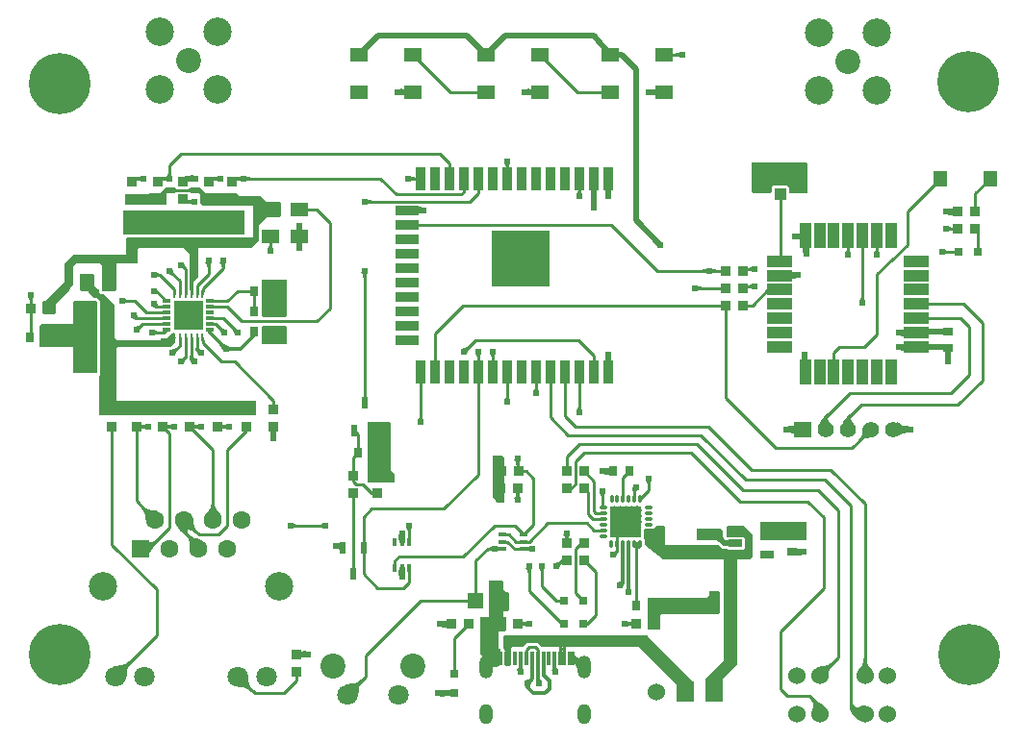
<source format=gtl>
G04 Layer: TopLayer*
G04 EasyEDA v6.5.23, 2023-05-28 22:20:17*
G04 a98212a221284062af17828272900665,7a5a352eff0f4c5696d858f44224924f,10*
G04 Gerber Generator version 0.2*
G04 Scale: 100 percent, Rotated: No, Reflected: No *
G04 Dimensions in millimeters *
G04 leading zeros omitted , absolute positions ,4 integer and 5 decimal *
%FSLAX45Y45*%
%MOMM*%

%AMMACRO1*21,1,$1,$2,0,0,$3*%
%ADD10C,0.2540*%
%ADD11C,0.5500*%
%ADD12C,0.2930*%
%ADD13C,0.3000*%
%ADD14C,0.5000*%
%ADD15R,0.8000X0.8000*%
%ADD16MACRO1,0.864X0.8065X90.0000*%
%ADD17MACRO1,0.864X0.8065X-90.0000*%
%ADD18MACRO1,1.36X1.23X-90.0000*%
%ADD19R,1.2300X1.3600*%
%ADD20R,0.9000X0.8000*%
%ADD21R,1.0000X1.0500*%
%ADD22R,1.0500X2.2000*%
%ADD23R,2.3000X1.0000*%
%ADD24R,1.0000X2.3000*%
%ADD25MACRO1,0.864X0.8065X0.0000*%
%ADD26R,0.8640X0.8065*%
%ADD27R,0.3000X1.3000*%
%ADD28R,0.8000X0.9000*%
%ADD29MACRO1,1.377X1.1325X-90.0000*%
%ADD30R,1.6000X1.2000*%
%ADD31R,0.5320X1.0450*%
%ADD32R,0.6000X1.0700*%
%ADD33MACRO1,0.6223X1.1049X-90.0000*%
%ADD34R,0.7000X0.4200*%
%ADD35R,0.4000X0.8000*%
%ADD36MACRO1,0.665X0.28X0.0000*%
%ADD37R,0.2800X0.6650*%
%ADD38R,2.5500X2.5500*%
%ADD39O,0.2800096X0.7999984*%
%ADD40O,0.7999984X0.2800096*%
%ADD41R,2.7000X2.7000*%
%ADD42R,0.9000X2.0000*%
%ADD43R,2.0000X0.9000*%
%ADD44MACRO1,2X0.9X0.0000*%
%ADD45MACRO1,2X0.9X-90.0000*%
%ADD46R,5.0000X5.0000*%
%ADD47R,1.5000X1.2000*%
%ADD48MACRO1,1.35X1.41X90.0000*%
%ADD49C,5.4000*%
%ADD50C,0.6000*%
%ADD51C,1.4000*%
%ADD52R,1.5240X1.4000*%
%ADD53O,1.1999976X1.7999964*%
%ADD54O,1.1999976X1.9999959999999999*%
%ADD55R,1.6000X1.6000*%
%ADD56C,1.6000*%
%ADD57C,1.8000*%
%ADD58C,2.5000*%
%ADD59C,2.2000*%
%ADD60C,1.5240*%
%ADD61C,0.6096*%
%ADD62C,0.0147*%

%LPD*%
G36*
X7713116Y6311900D02*
G01*
X7709204Y6312662D01*
X7705902Y6314897D01*
X7699197Y6321602D01*
X7696962Y6324904D01*
X7696200Y6328816D01*
X7696200Y6568440D01*
X7696962Y6572351D01*
X7699197Y6575602D01*
X7702448Y6577838D01*
X7706359Y6578600D01*
X8181340Y6578600D01*
X8185251Y6577838D01*
X8188502Y6575602D01*
X8190738Y6572351D01*
X8191500Y6568440D01*
X8191500Y6322060D01*
X8190738Y6318148D01*
X8188502Y6314897D01*
X8185251Y6312662D01*
X8181340Y6311900D01*
X8036255Y6311900D01*
X8032394Y6312662D01*
X8029092Y6314897D01*
X8026857Y6318148D01*
X8026095Y6322060D01*
X8026095Y6351066D01*
X8025384Y6357416D01*
X8023504Y6362852D01*
X8020405Y6367780D01*
X8016290Y6371844D01*
X8011414Y6374942D01*
X8005927Y6376822D01*
X7999628Y6377533D01*
X7900771Y6377533D01*
X7894421Y6376822D01*
X7888986Y6374942D01*
X7884109Y6371844D01*
X7879994Y6367780D01*
X7876895Y6362852D01*
X7875016Y6357416D01*
X7874304Y6351066D01*
X7874304Y6322060D01*
X7873492Y6318148D01*
X7871307Y6314897D01*
X7868005Y6312662D01*
X7864144Y6311900D01*
G37*

%LPD*%
G36*
X2194560Y6210300D02*
G01*
X2190648Y6211062D01*
X2187397Y6213297D01*
X2185162Y6216548D01*
X2184400Y6220460D01*
X2184400Y6289040D01*
X2185162Y6292951D01*
X2187397Y6296202D01*
X2190648Y6298438D01*
X2194560Y6299200D01*
X2386584Y6299200D01*
X2388311Y6299911D01*
X2397302Y6308902D01*
X2400604Y6311138D01*
X2404516Y6311900D01*
X2488184Y6311900D01*
X2489911Y6312611D01*
X2522220Y6344920D01*
X2526030Y6347307D01*
X2530906Y6349034D01*
X2535834Y6352082D01*
X2539898Y6356197D01*
X2543302Y6360464D01*
X2546248Y6362141D01*
X2549601Y6362700D01*
X2619298Y6362700D01*
X2622651Y6362141D01*
X2625598Y6360464D01*
X2629001Y6356197D01*
X2633065Y6352082D01*
X2637993Y6349034D01*
X2644038Y6346901D01*
X2647594Y6344767D01*
X2650032Y6341364D01*
X2650845Y6337300D01*
X2650032Y6333236D01*
X2647594Y6329832D01*
X2644038Y6327698D01*
X2637993Y6325565D01*
X2633065Y6322517D01*
X2629001Y6318402D01*
X2625598Y6314135D01*
X2622651Y6312458D01*
X2619298Y6311900D01*
X2553716Y6311900D01*
X2552700Y6310884D01*
X2552700Y6220460D01*
X2551938Y6216548D01*
X2549702Y6213297D01*
X2546451Y6211062D01*
X2542540Y6210300D01*
G37*

%LPD*%
G36*
X2181860Y5943600D02*
G01*
X2177948Y5944362D01*
X2174697Y5946597D01*
X2172462Y5949848D01*
X2171700Y5953760D01*
X2171700Y6149340D01*
X2172462Y6153251D01*
X2174697Y6156502D01*
X2177948Y6158738D01*
X2181860Y6159500D01*
X3228340Y6159500D01*
X3232251Y6158738D01*
X3235502Y6156502D01*
X3237738Y6153251D01*
X3238500Y6149340D01*
X3238500Y5953760D01*
X3237738Y5949848D01*
X3235502Y5946597D01*
X3232251Y5944362D01*
X3228340Y5943600D01*
G37*

%LPD*%
G36*
X5420360Y5486400D02*
G01*
X5416448Y5487162D01*
X5413197Y5489397D01*
X5410962Y5492648D01*
X5410200Y5496560D01*
X5410200Y5971540D01*
X5410962Y5975451D01*
X5413197Y5978702D01*
X5416448Y5980938D01*
X5420360Y5981700D01*
X5908040Y5981700D01*
X5911951Y5980938D01*
X5915202Y5978702D01*
X5917438Y5975451D01*
X5918200Y5971540D01*
X5918200Y5496560D01*
X5917438Y5492648D01*
X5915202Y5489397D01*
X5911951Y5487162D01*
X5908040Y5486400D01*
G37*

%LPD*%
G36*
X1470660Y5245100D02*
G01*
X1466748Y5245862D01*
X1463497Y5248097D01*
X1461262Y5251348D01*
X1460500Y5255260D01*
X1460500Y5349240D01*
X1461262Y5353151D01*
X1463497Y5356402D01*
X1466748Y5358638D01*
X1470660Y5359400D01*
X1484884Y5359400D01*
X1486611Y5360111D01*
X1650288Y5523788D01*
X1651000Y5525516D01*
X1651000Y5685383D01*
X1651762Y5689295D01*
X1653997Y5692597D01*
X1724202Y5762802D01*
X1727504Y5765038D01*
X1731416Y5765800D01*
X2196084Y5765800D01*
X2197100Y5766816D01*
X2197100Y5907532D01*
X2197862Y5911443D01*
X2200097Y5914694D01*
X2203348Y5916930D01*
X2207260Y5917692D01*
X3237941Y5917692D01*
X3243021Y5918200D01*
X3313684Y5918200D01*
X3314700Y5919216D01*
X3314700Y6196584D01*
X3313684Y6197600D01*
X2874416Y6197600D01*
X2870504Y6198362D01*
X2867202Y6200597D01*
X2852013Y6215786D01*
X2850032Y6218682D01*
X2849118Y6222085D01*
X2850337Y6235700D01*
X2849473Y6245504D01*
X2846933Y6254953D01*
X2845765Y6257544D01*
X2844800Y6261862D01*
X2844800Y6298184D01*
X2844088Y6299911D01*
X2832811Y6311188D01*
X2831084Y6311900D01*
X2765501Y6311900D01*
X2762148Y6312458D01*
X2759202Y6314135D01*
X2755798Y6318402D01*
X2751734Y6322517D01*
X2746806Y6325565D01*
X2740761Y6327698D01*
X2737205Y6329832D01*
X2734767Y6333236D01*
X2733954Y6337300D01*
X2734767Y6341364D01*
X2737205Y6344767D01*
X2740761Y6346901D01*
X2746806Y6349034D01*
X2751734Y6352082D01*
X2755798Y6356197D01*
X2759202Y6360464D01*
X2762148Y6362141D01*
X2765501Y6362700D01*
X2840583Y6362700D01*
X2844495Y6361938D01*
X2847797Y6359702D01*
X2894888Y6312611D01*
X2896616Y6311900D01*
X3158083Y6311900D01*
X3161995Y6311138D01*
X3165297Y6308902D01*
X3186988Y6287211D01*
X3188716Y6286500D01*
X3373983Y6286500D01*
X3377895Y6285738D01*
X3381197Y6283502D01*
X3428288Y6236411D01*
X3430015Y6235700D01*
X3539083Y6235700D01*
X3542995Y6234938D01*
X3546297Y6232702D01*
X3553002Y6225997D01*
X3555237Y6222695D01*
X3556000Y6218783D01*
X3556000Y6112916D01*
X3555237Y6109004D01*
X3553002Y6105702D01*
X3546297Y6098997D01*
X3542995Y6096762D01*
X3539083Y6096000D01*
X3430015Y6096000D01*
X3428288Y6095288D01*
X3366211Y6033211D01*
X3365500Y6031484D01*
X3365500Y5897016D01*
X3364737Y5893104D01*
X3362502Y5889802D01*
X3304997Y5832297D01*
X3301695Y5830062D01*
X3297783Y5829300D01*
X2833116Y5829300D01*
X2832100Y5828284D01*
X2832100Y5579516D01*
X2831338Y5575604D01*
X2829102Y5572302D01*
X2782011Y5525211D01*
X2781300Y5523484D01*
X2781300Y5509920D01*
X2780385Y5505450D01*
X2779623Y5497423D01*
X2779623Y5465572D01*
X2779014Y5462168D01*
X2778302Y5455869D01*
X2776982Y5451856D01*
X2774137Y5448757D01*
X2770327Y5447080D01*
X2766110Y5447080D01*
X2762250Y5448757D01*
X2759405Y5451856D01*
X2758084Y5455869D01*
X2756814Y5465521D01*
X2756814Y5637885D01*
X2755900Y5647690D01*
X2755900Y5777484D01*
X2755188Y5779211D01*
X2705811Y5828588D01*
X2704084Y5829300D01*
X2312416Y5829300D01*
X2310688Y5828588D01*
X2299411Y5817311D01*
X2298700Y5815584D01*
X2298700Y5699760D01*
X2297938Y5695848D01*
X2295702Y5692597D01*
X2292451Y5690362D01*
X2288540Y5689600D01*
X2109216Y5689600D01*
X2108200Y5688584D01*
X2108200Y5458460D01*
X2107438Y5454548D01*
X2105202Y5451297D01*
X2101951Y5449062D01*
X2098040Y5448300D01*
X1991360Y5448300D01*
X1987448Y5449062D01*
X1984197Y5451297D01*
X1981962Y5454548D01*
X1981200Y5458460D01*
X1981200Y5675884D01*
X1980488Y5677611D01*
X1969211Y5688888D01*
X1967484Y5689600D01*
X1753616Y5689600D01*
X1751888Y5688888D01*
X1727911Y5664911D01*
X1727200Y5663184D01*
X1727200Y5503316D01*
X1726438Y5499404D01*
X1724202Y5496102D01*
X1575511Y5347411D01*
X1574800Y5345684D01*
X1574800Y5255260D01*
X1574038Y5251348D01*
X1571802Y5248097D01*
X1568551Y5245862D01*
X1564640Y5245100D01*
G37*

%LPD*%
G36*
X3401060Y5220208D02*
G01*
X3397148Y5220970D01*
X3393897Y5223205D01*
X3391662Y5226456D01*
X3390900Y5230368D01*
X3390900Y5539740D01*
X3391662Y5543651D01*
X3393897Y5546902D01*
X3397148Y5549138D01*
X3401060Y5549900D01*
X3596640Y5549900D01*
X3600551Y5549138D01*
X3603802Y5546902D01*
X3606037Y5543651D01*
X3606800Y5539740D01*
X3606800Y5230368D01*
X3606037Y5226456D01*
X3603802Y5223205D01*
X3600551Y5220970D01*
X3596640Y5220208D01*
G37*

%LPD*%
G36*
X3401060Y4978400D02*
G01*
X3397148Y4979162D01*
X3393897Y4981397D01*
X3391662Y4984648D01*
X3390900Y4988560D01*
X3390900Y5132832D01*
X3391662Y5136743D01*
X3393897Y5139994D01*
X3397148Y5142230D01*
X3401060Y5142992D01*
X3596640Y5142992D01*
X3600551Y5142230D01*
X3603802Y5139994D01*
X3606037Y5136743D01*
X3606800Y5132832D01*
X3606800Y4988560D01*
X3606037Y4984648D01*
X3603802Y4981397D01*
X3600551Y4979162D01*
X3596640Y4978400D01*
G37*

%LPD*%
G36*
X1737360Y4724400D02*
G01*
X1733448Y4725162D01*
X1730197Y4727397D01*
X1727962Y4730648D01*
X1727200Y4734560D01*
X1727200Y4951984D01*
X1726184Y4953000D01*
X1445260Y4953000D01*
X1441348Y4953762D01*
X1438097Y4955997D01*
X1435862Y4959248D01*
X1435100Y4963160D01*
X1435100Y5139283D01*
X1435862Y5143195D01*
X1438097Y5146497D01*
X1444802Y5153202D01*
X1448104Y5155438D01*
X1452016Y5156200D01*
X1726184Y5156200D01*
X1727200Y5157216D01*
X1727200Y5342483D01*
X1727962Y5346395D01*
X1730197Y5349697D01*
X1736902Y5356402D01*
X1740204Y5358638D01*
X1744116Y5359400D01*
X1926183Y5359400D01*
X1930095Y5358638D01*
X1933397Y5356402D01*
X1940102Y5349697D01*
X1942338Y5346395D01*
X1943100Y5342483D01*
X1943100Y4734560D01*
X1942338Y4730648D01*
X1940102Y4727397D01*
X1936851Y4725162D01*
X1932939Y4724400D01*
G37*

%LPD*%
G36*
X3327958Y4355795D02*
G01*
X3326384Y4356100D01*
X1965960Y4356100D01*
X1962048Y4356862D01*
X1958797Y4359097D01*
X1956562Y4362348D01*
X1955800Y4366260D01*
X1955800Y4696561D01*
X1956562Y4700473D01*
X1958797Y4703775D01*
X1963318Y4708296D01*
X1966366Y4713173D01*
X1968296Y4718659D01*
X1969007Y4724958D01*
X1969007Y5346395D01*
X1968347Y5352440D01*
X1966417Y5357926D01*
X1963318Y5362854D01*
X1961235Y5365242D01*
X1948942Y5377535D01*
X1944166Y5381345D01*
X1938934Y5383834D01*
X1933295Y5385104D01*
X1930095Y5385308D01*
X1921408Y5385308D01*
X1917496Y5386070D01*
X1914194Y5388305D01*
X1869897Y5432602D01*
X1867662Y5435904D01*
X1866900Y5439816D01*
X1866747Y5448147D01*
X1865884Y5448300D01*
X1800860Y5448300D01*
X1796948Y5449062D01*
X1793697Y5451297D01*
X1791462Y5454548D01*
X1790700Y5458460D01*
X1790700Y5590540D01*
X1791462Y5594451D01*
X1793697Y5597702D01*
X1796948Y5599938D01*
X1800860Y5600700D01*
X1900783Y5600700D01*
X1904695Y5599938D01*
X1907997Y5597702D01*
X1914702Y5590997D01*
X1916938Y5587695D01*
X1917700Y5583783D01*
X1917700Y5500116D01*
X1918411Y5498388D01*
X1952294Y5464505D01*
X1954530Y5461203D01*
X1955292Y5457291D01*
X1955292Y5448858D01*
X1956003Y5442559D01*
X1957933Y5437073D01*
X1960981Y5432196D01*
X1965096Y5428081D01*
X1969973Y5425033D01*
X1975459Y5423103D01*
X1981758Y5422392D01*
X1990191Y5422392D01*
X1994103Y5421630D01*
X1997405Y5419394D01*
X2092502Y5324297D01*
X2094738Y5320995D01*
X2095500Y5317083D01*
X2095500Y5042916D01*
X2096211Y5041188D01*
X2120188Y5017211D01*
X2121916Y5016500D01*
X2488184Y5016500D01*
X2489911Y5017211D01*
X2498902Y5026202D01*
X2502204Y5028438D01*
X2506116Y5029200D01*
X2551684Y5029200D01*
X2553411Y5029911D01*
X2590190Y5066690D01*
X2594051Y5069128D01*
X2596896Y5070094D01*
X2601823Y5073192D01*
X2605024Y5076393D01*
X2608630Y5078730D01*
X2612898Y5079339D01*
X2618790Y5078984D01*
X2622499Y5078018D01*
X2625547Y5075783D01*
X2627579Y5072583D01*
X2628290Y5068824D01*
X2628239Y5005628D01*
X2627223Y5002733D01*
X2625394Y5000294D01*
X2581097Y4955997D01*
X2577795Y4953762D01*
X2573883Y4953000D01*
X2121916Y4953000D01*
X2120188Y4952288D01*
X2108911Y4941011D01*
X2108200Y4939284D01*
X2108200Y4484116D01*
X2109216Y4483100D01*
X3329940Y4483100D01*
X3333851Y4482338D01*
X3337102Y4480102D01*
X3339337Y4476851D01*
X3340100Y4472940D01*
X3340100Y4365752D01*
X3339134Y4361434D01*
X3336391Y4357878D01*
X3332429Y4355896D01*
G37*

%LPD*%
G36*
X4328160Y3759200D02*
G01*
X4324248Y3759962D01*
X4320997Y3762197D01*
X4318762Y3765448D01*
X4318000Y3769360D01*
X4318000Y4282440D01*
X4318762Y4286351D01*
X4320997Y4289602D01*
X4324248Y4291838D01*
X4328160Y4292600D01*
X4511040Y4292600D01*
X4514951Y4291838D01*
X4518202Y4289602D01*
X4520438Y4286351D01*
X4521200Y4282440D01*
X4521200Y3874515D01*
X4521911Y3872788D01*
X4556302Y3838397D01*
X4558538Y3835095D01*
X4559300Y3831183D01*
X4559300Y3769360D01*
X4558538Y3765448D01*
X4556302Y3762197D01*
X4553051Y3759962D01*
X4549140Y3759200D01*
G37*

%LPD*%
G36*
X5465216Y3581400D02*
G01*
X5461304Y3582162D01*
X5458002Y3584397D01*
X5451297Y3591102D01*
X5449062Y3594404D01*
X5448300Y3598316D01*
X5448300Y3605784D01*
X5447588Y3607511D01*
X5425897Y3629202D01*
X5423662Y3632504D01*
X5422900Y3636416D01*
X5422900Y3990340D01*
X5423662Y3994251D01*
X5425897Y3997502D01*
X5429148Y3999737D01*
X5433060Y4000500D01*
X5494883Y4000500D01*
X5498795Y3999737D01*
X5502097Y3997502D01*
X5521502Y3978097D01*
X5523738Y3974795D01*
X5524500Y3970883D01*
X5524500Y3591560D01*
X5523738Y3587648D01*
X5521502Y3584397D01*
X5518251Y3582162D01*
X5514340Y3581400D01*
G37*

%LPD*%
G36*
X6488887Y3276600D02*
G01*
X6486398Y3276904D01*
X6481572Y3279140D01*
X6474104Y3281375D01*
X6466281Y3282187D01*
X6462928Y3283102D01*
X6460083Y3285083D01*
X6458102Y3287928D01*
X6457137Y3291281D01*
X6456375Y3299104D01*
X6454140Y3306572D01*
X6451904Y3311347D01*
X6451600Y3313836D01*
X6451600Y3318764D01*
X6451904Y3321253D01*
X6454140Y3326079D01*
X6456375Y3333546D01*
X6457188Y3341319D01*
X6456375Y3349091D01*
X6454140Y3356559D01*
X6451904Y3361385D01*
X6451600Y3363874D01*
X6451600Y3368801D01*
X6451904Y3371291D01*
X6454140Y3376066D01*
X6456375Y3383534D01*
X6457137Y3391306D01*
X6456375Y3399129D01*
X6454140Y3406597D01*
X6451904Y3411372D01*
X6451600Y3413861D01*
X6451600Y3418789D01*
X6451904Y3421227D01*
X6454140Y3426053D01*
X6456426Y3433521D01*
X6457188Y3441293D01*
X6456426Y3449116D01*
X6454140Y3456584D01*
X6451904Y3461410D01*
X6451600Y3463848D01*
X6451600Y3468827D01*
X6451904Y3471265D01*
X6454140Y3476091D01*
X6456375Y3483559D01*
X6457137Y3491331D01*
X6456375Y3499104D01*
X6454140Y3506571D01*
X6451904Y3511397D01*
X6451600Y3513836D01*
X6451600Y3518763D01*
X6451904Y3521252D01*
X6454140Y3526078D01*
X6456426Y3533546D01*
X6457137Y3541217D01*
X6458102Y3544570D01*
X6460083Y3547414D01*
X6462928Y3549446D01*
X6466281Y3550361D01*
X6474917Y3551224D01*
X6482384Y3553460D01*
X6487160Y3555695D01*
X6493814Y3556000D01*
X6496253Y3555695D01*
X6501079Y3553460D01*
X6508546Y3551224D01*
X6516319Y3550462D01*
X6524091Y3551224D01*
X6531559Y3553460D01*
X6536385Y3555695D01*
X6538823Y3556000D01*
X6543802Y3556000D01*
X6546291Y3555695D01*
X6551066Y3553460D01*
X6558584Y3551224D01*
X6566357Y3550462D01*
X6574129Y3551224D01*
X6581597Y3553460D01*
X6586372Y3555695D01*
X6588861Y3556000D01*
X6593789Y3556000D01*
X6596278Y3555695D01*
X6601053Y3553460D01*
X6608521Y3551224D01*
X6616293Y3550462D01*
X6624066Y3551224D01*
X6631584Y3553460D01*
X6636359Y3555695D01*
X6638848Y3556000D01*
X6643827Y3556000D01*
X6646265Y3555695D01*
X6651091Y3553460D01*
X6658559Y3551224D01*
X6666331Y3550462D01*
X6674103Y3551224D01*
X6681571Y3553460D01*
X6686397Y3555695D01*
X6688836Y3556000D01*
X6693763Y3556000D01*
X6696252Y3555695D01*
X6701078Y3553460D01*
X6708546Y3551224D01*
X6716318Y3550462D01*
X6719671Y3549497D01*
X6722516Y3547516D01*
X6724497Y3544671D01*
X6725462Y3541318D01*
X6726224Y3533546D01*
X6728459Y3526078D01*
X6731101Y3521151D01*
X6732168Y3518001D01*
X6732168Y3514699D01*
X6731101Y3511550D01*
X6728459Y3506571D01*
X6726224Y3499104D01*
X6725412Y3491331D01*
X6726224Y3483559D01*
X6728459Y3476091D01*
X6731152Y3471113D01*
X6732168Y3467963D01*
X6732168Y3464661D01*
X6731152Y3461512D01*
X6728459Y3456584D01*
X6726224Y3449116D01*
X6725462Y3441293D01*
X6726224Y3433521D01*
X6728459Y3426053D01*
X6731101Y3421126D01*
X6732168Y3417976D01*
X6732168Y3414674D01*
X6731101Y3411524D01*
X6728459Y3406597D01*
X6726174Y3399129D01*
X6725412Y3391255D01*
X6725361Y3385565D01*
X6724091Y3382568D01*
X6720433Y3376726D01*
X6718503Y3371240D01*
X6717792Y3364941D01*
X6717792Y3291535D01*
X6717131Y3287877D01*
X6715150Y3284677D01*
X6712203Y3282442D01*
X6701078Y3279140D01*
X6696252Y3276904D01*
X6693763Y3276600D01*
X6688836Y3276600D01*
X6686397Y3276904D01*
X6681571Y3279140D01*
X6674103Y3281375D01*
X6666331Y3282137D01*
X6658559Y3281375D01*
X6651091Y3279140D01*
X6646265Y3276904D01*
X6643827Y3276600D01*
X6638848Y3276600D01*
X6636359Y3276904D01*
X6631584Y3279140D01*
X6624066Y3281375D01*
X6616293Y3282137D01*
X6608521Y3281375D01*
X6601053Y3279140D01*
X6596278Y3276904D01*
X6593789Y3276600D01*
X6588861Y3276600D01*
X6586372Y3276904D01*
X6581597Y3279140D01*
X6574129Y3281375D01*
X6566357Y3282137D01*
X6558584Y3281375D01*
X6551066Y3279140D01*
X6546291Y3276904D01*
X6543802Y3276600D01*
G37*

%LPD*%
G36*
X7782559Y3251200D02*
G01*
X7778648Y3251962D01*
X7775397Y3254197D01*
X7773162Y3257448D01*
X7772400Y3261360D01*
X7772400Y3406140D01*
X7773162Y3410051D01*
X7775397Y3413302D01*
X7778648Y3415537D01*
X7782559Y3416300D01*
X8168131Y3416300D01*
X8172043Y3415537D01*
X8175294Y3413302D01*
X8177530Y3410051D01*
X8178292Y3406140D01*
X8178292Y3261360D01*
X8177530Y3257448D01*
X8175294Y3254197D01*
X8172043Y3251962D01*
X8168131Y3251200D01*
G37*

%LPD*%
G36*
X7458608Y3200908D02*
G01*
X7454696Y3201670D01*
X7451394Y3203905D01*
X7417511Y3237788D01*
X7415784Y3238500D01*
X7408164Y3238652D01*
X7403388Y3239922D01*
X7400848Y3241751D01*
X7392111Y3250488D01*
X7390384Y3251200D01*
X7223759Y3251200D01*
X7219848Y3251962D01*
X7216597Y3254197D01*
X7214362Y3257448D01*
X7213600Y3261360D01*
X7213600Y3342640D01*
X7214362Y3346551D01*
X7216597Y3349802D01*
X7219848Y3352037D01*
X7223759Y3352800D01*
X7425283Y3352800D01*
X7429195Y3352037D01*
X7432497Y3349802D01*
X7439202Y3343097D01*
X7441438Y3339795D01*
X7442200Y3335883D01*
X7442200Y3290315D01*
X7442911Y3288588D01*
X7451902Y3279597D01*
X7453833Y3276854D01*
X7454798Y3273552D01*
X7455103Y3270859D01*
X7457033Y3265373D01*
X7460081Y3260496D01*
X7464196Y3256381D01*
X7469073Y3253333D01*
X7474559Y3251403D01*
X7480858Y3250692D01*
X7596631Y3250692D01*
X7600543Y3249930D01*
X7603794Y3247694D01*
X7606030Y3244443D01*
X7606792Y3240532D01*
X7606792Y3211068D01*
X7606030Y3207156D01*
X7603794Y3203905D01*
X7600543Y3201670D01*
X7596631Y3200908D01*
G37*

%LPD*%
G36*
X6791959Y2463800D02*
G01*
X6788048Y2464562D01*
X6784797Y2466797D01*
X6782562Y2470048D01*
X6781800Y2473960D01*
X6781800Y2733040D01*
X6782562Y2736951D01*
X6784797Y2740202D01*
X6788048Y2742438D01*
X6791959Y2743200D01*
X7301484Y2743200D01*
X7303211Y2743911D01*
X7327188Y2767888D01*
X7327900Y2769616D01*
X7327900Y2796540D01*
X7328662Y2800451D01*
X7330897Y2803702D01*
X7334148Y2805938D01*
X7338059Y2806700D01*
X7399883Y2806700D01*
X7403795Y2805938D01*
X7407097Y2803702D01*
X7413802Y2796997D01*
X7416038Y2793695D01*
X7416800Y2789783D01*
X7416800Y2613660D01*
X7416038Y2609748D01*
X7413802Y2606497D01*
X7410551Y2604262D01*
X7406640Y2603500D01*
X6909816Y2603500D01*
X6908088Y2602788D01*
X6896811Y2591511D01*
X6896100Y2589784D01*
X6896100Y2473960D01*
X6895338Y2470048D01*
X6893102Y2466797D01*
X6889851Y2464562D01*
X6885940Y2463800D01*
G37*

%LPD*%
G36*
X5439816Y2133600D02*
G01*
X5435904Y2134362D01*
X5432602Y2136597D01*
X5311597Y2257602D01*
X5309362Y2260904D01*
X5308600Y2264816D01*
X5308600Y2567940D01*
X5309362Y2571851D01*
X5311597Y2575102D01*
X5314848Y2577338D01*
X5318760Y2578100D01*
X5383784Y2578100D01*
X5384800Y2579116D01*
X5384800Y2885440D01*
X5385562Y2889351D01*
X5387797Y2892602D01*
X5391048Y2894838D01*
X5394960Y2895600D01*
X5501640Y2895600D01*
X5505551Y2894838D01*
X5508802Y2892602D01*
X5511038Y2889351D01*
X5511800Y2885440D01*
X5511800Y2820416D01*
X5512511Y2818688D01*
X5536488Y2794711D01*
X5538216Y2794000D01*
X5552948Y2794000D01*
X5557266Y2793034D01*
X5560822Y2790291D01*
X5562803Y2786329D01*
X5562904Y2781858D01*
X5562600Y2780284D01*
X5562600Y2639060D01*
X5561838Y2635148D01*
X5559602Y2631897D01*
X5556351Y2629662D01*
X5552440Y2628900D01*
X5512816Y2628900D01*
X5511800Y2627884D01*
X5511800Y2579116D01*
X5512816Y2578100D01*
X5527040Y2578100D01*
X5530951Y2577338D01*
X5534202Y2575102D01*
X5536438Y2571851D01*
X5537200Y2567940D01*
X5537200Y2461260D01*
X5536438Y2457348D01*
X5534202Y2454097D01*
X5530951Y2451862D01*
X5527040Y2451100D01*
X5474716Y2451100D01*
X5473700Y2450084D01*
X5473700Y2299716D01*
X5475732Y2298700D01*
X5479643Y2297938D01*
X5482894Y2295702D01*
X5485130Y2292451D01*
X5485892Y2288540D01*
X5485892Y2157882D01*
X5485028Y2153818D01*
X5482590Y2150414D01*
X5479034Y2148281D01*
X5475732Y2147163D01*
X5466537Y2142185D01*
X5458256Y2135733D01*
X5455310Y2134158D01*
X5452008Y2133600D01*
G37*

%LPD*%
G36*
X7299959Y1828800D02*
G01*
X7296048Y1829562D01*
X7292797Y1831797D01*
X7290562Y1835048D01*
X7289800Y1838960D01*
X7289800Y2015286D01*
X7290511Y2019046D01*
X7292492Y2022246D01*
X7454239Y2196388D01*
X7454900Y2198014D01*
X7454900Y3085084D01*
X7453884Y3086100D01*
X6924954Y3086100D01*
X6921703Y3086658D01*
X6918756Y3088182D01*
X6761022Y3209544D01*
X6758330Y3212642D01*
X6757111Y3216605D01*
X6756400Y3224428D01*
X6756400Y3262884D01*
X6753047Y3268217D01*
X6752234Y3271824D01*
X6753453Y3281883D01*
X6753453Y3341420D01*
X6754317Y3345535D01*
X6756806Y3348939D01*
X6760413Y3351072D01*
X6765798Y3351428D01*
X6816801Y3351428D01*
X6825081Y3352241D01*
X6832549Y3354527D01*
X6839458Y3358184D01*
X6845452Y3363163D01*
X6850430Y3369208D01*
X6853174Y3373374D01*
X6855002Y3375202D01*
X6858304Y3377437D01*
X6862216Y3378200D01*
X6924040Y3378200D01*
X6927951Y3377437D01*
X6931202Y3375202D01*
X6933438Y3371951D01*
X6934200Y3368040D01*
X6934200Y3214116D01*
X6935216Y3213100D01*
X7399883Y3213100D01*
X7403795Y3212338D01*
X7407097Y3210102D01*
X7441488Y3175711D01*
X7443216Y3175000D01*
X7479385Y3175000D01*
X7482179Y3174593D01*
X7484770Y3173425D01*
X7490053Y3170123D01*
X7495489Y3168192D01*
X7501839Y3167481D01*
X7611160Y3167481D01*
X7617510Y3168192D01*
X7622946Y3170123D01*
X7628686Y3173730D01*
X7632496Y3175152D01*
X7632852Y3177286D01*
X7635036Y3182213D01*
X7636967Y3187649D01*
X7637678Y3193999D01*
X7637678Y3255060D01*
X7636967Y3261410D01*
X7635036Y3266846D01*
X7633106Y3270707D01*
X7632547Y3276447D01*
X7626807Y3277006D01*
X7622946Y3278936D01*
X7617510Y3280816D01*
X7611160Y3281527D01*
X7501839Y3281527D01*
X7495489Y3280816D01*
X7493812Y3280257D01*
X7490002Y3279698D01*
X7486243Y3280562D01*
X7483094Y3282797D01*
X7481011Y3286048D01*
X7480300Y3289858D01*
X7480300Y3368040D01*
X7481062Y3371951D01*
X7483297Y3375202D01*
X7486548Y3377437D01*
X7490459Y3378200D01*
X7628483Y3378200D01*
X7632395Y3377437D01*
X7635697Y3375202D01*
X7705902Y3304997D01*
X7708138Y3301695D01*
X7708900Y3297783D01*
X7708900Y3115716D01*
X7708138Y3111804D01*
X7705902Y3108502D01*
X7686497Y3089097D01*
X7683195Y3086862D01*
X7679283Y3086100D01*
X7570216Y3086100D01*
X7569200Y3085084D01*
X7569200Y2163216D01*
X7568438Y2159304D01*
X7566202Y2156002D01*
X7442911Y2032711D01*
X7442200Y2030984D01*
X7442200Y1838960D01*
X7441438Y1835048D01*
X7439202Y1831797D01*
X7435951Y1829562D01*
X7432040Y1828800D01*
G37*

%LPD*%
G36*
X7045959Y1828800D02*
G01*
X7042048Y1829562D01*
X7038797Y1831797D01*
X7036562Y1835048D01*
X7035800Y1838960D01*
X7035800Y1980184D01*
X7035088Y1981911D01*
X6706311Y2310688D01*
X6704584Y2311400D01*
X5858916Y2311400D01*
X5855004Y2312162D01*
X5851702Y2314397D01*
X5817311Y2348788D01*
X5815584Y2349500D01*
X5795365Y2349550D01*
X5790692Y2350008D01*
X5740908Y2350008D01*
X5735218Y2349500D01*
X5716016Y2349500D01*
X5714288Y2348788D01*
X5679897Y2314397D01*
X5676595Y2312162D01*
X5672683Y2311400D01*
X5589016Y2311400D01*
X5588000Y2310384D01*
X5588000Y2308352D01*
X5587238Y2304440D01*
X5585002Y2301138D01*
X5580938Y2297074D01*
X5577890Y2292197D01*
X5575960Y2286711D01*
X5575249Y2280412D01*
X5575249Y2156460D01*
X5574487Y2152548D01*
X5572302Y2149297D01*
X5569000Y2147062D01*
X5565089Y2146300D01*
X5537250Y2146300D01*
X5533339Y2147062D01*
X5530037Y2149297D01*
X5527852Y2152548D01*
X5527090Y2156460D01*
X5527090Y2280412D01*
X5526379Y2286711D01*
X5524449Y2292197D01*
X5521401Y2297074D01*
X5514035Y2303932D01*
X5512358Y2306878D01*
X5511800Y2310231D01*
X5511800Y2396083D01*
X5512562Y2399995D01*
X5514797Y2403297D01*
X5521502Y2410002D01*
X5524804Y2412238D01*
X5528716Y2413000D01*
X6777583Y2413000D01*
X6781495Y2412238D01*
X6784797Y2410002D01*
X7185202Y2009597D01*
X7187438Y2006295D01*
X7188200Y2002383D01*
X7188200Y1838960D01*
X7187438Y1835048D01*
X7185202Y1831797D01*
X7181951Y1829562D01*
X7178040Y1828800D01*
G37*

%LPD*%
G36*
X7067092Y2056739D02*
G01*
X7049160Y2038807D01*
X7057694Y2028748D01*
X7062927Y2019147D01*
X7065264Y2009902D01*
X7065111Y2000808D01*
X7063028Y1991664D01*
X7059320Y1982266D01*
X7054545Y1972462D01*
X7043420Y1950923D01*
X7112000Y1879600D01*
X7180580Y1950923D01*
X7170674Y1968906D01*
X7160564Y1982724D01*
X7150100Y1993493D01*
X7139076Y2002282D01*
X7127189Y2010257D01*
X7114286Y2018588D01*
X7100112Y2028342D01*
X7084466Y2040686D01*
G37*
G36*
X7392924Y2064207D02*
G01*
X7376820Y2048459D01*
X7340904Y2014728D01*
X7331709Y2005075D01*
X7323175Y1994712D01*
X7314895Y1982825D01*
X7306462Y1968550D01*
X7297420Y1950923D01*
X7366000Y1879600D01*
X7434580Y1950923D01*
X7427671Y1963267D01*
X7420000Y1974646D01*
X7412329Y1985213D01*
X7405522Y1995220D01*
X7400290Y2005025D01*
X7397445Y2014728D01*
X7397699Y2024684D01*
X7401966Y2035098D01*
X7410907Y2046224D01*
G37*
G36*
X4595317Y2994660D02*
G01*
X4595215Y2958795D01*
X4595368Y2947009D01*
X4622800Y2918460D01*
X4650232Y2947009D01*
X4650384Y2958795D01*
X4650282Y2994660D01*
G37*
G36*
X6882790Y3367532D02*
G01*
X6863486Y3357676D01*
X6859168Y3356000D01*
X6854444Y3354628D01*
X6849059Y3353612D01*
X6842759Y3353003D01*
X6835140Y3352800D01*
X6835140Y3327400D01*
X6842759Y3327196D01*
X6849059Y3326587D01*
X6854444Y3325571D01*
X6859168Y3324199D01*
X6863486Y3322523D01*
X6882790Y3312668D01*
X6911340Y3340100D01*
G37*
G36*
X6872427Y5917234D02*
G01*
X6833565Y5878372D01*
X6867296Y5844692D01*
X6906869Y5843930D01*
X6906107Y5883503D01*
G37*
G36*
X2346401Y3554780D02*
G01*
X2328468Y3536797D01*
X2342286Y3521354D01*
X2351786Y3507282D01*
X2357831Y3494074D01*
X2361438Y3481273D01*
X2363520Y3468420D01*
X2366721Y3440480D01*
X2369769Y3424478D01*
X2375001Y3406444D01*
X2478887Y3404412D01*
X2476855Y3508248D01*
X2458821Y3513531D01*
X2442819Y3516579D01*
X2414879Y3519779D01*
X2402027Y3521862D01*
X2389225Y3525418D01*
X2376017Y3531463D01*
X2361895Y3540963D01*
G37*
G36*
X2374290Y4281932D02*
G01*
X2354986Y4272076D01*
X2350668Y4270400D01*
X2345944Y4269028D01*
X2340559Y4268012D01*
X2334260Y4267403D01*
X2326640Y4267200D01*
X2326640Y4241800D01*
X2334260Y4241596D01*
X2340559Y4240987D01*
X2345944Y4239971D01*
X2350668Y4238599D01*
X2354986Y4236923D01*
X2374290Y4227068D01*
X2402840Y4254500D01*
G37*
G36*
X2637637Y4954270D02*
G01*
X2632100Y4949037D01*
X2627172Y4945024D01*
X2622702Y4941925D01*
X2618384Y4939538D01*
X2614117Y4937709D01*
X2593492Y4931003D01*
X2592730Y4891430D01*
X2632303Y4892192D01*
X2639009Y4912817D01*
X2640838Y4917084D01*
X2643225Y4921402D01*
X2646324Y4925872D01*
X2650388Y4930800D01*
X2655570Y4936337D01*
G37*
G36*
X2224481Y2189886D02*
G01*
X2207006Y2174290D01*
X2191054Y2163724D01*
X2176068Y2157069D01*
X2161590Y2153208D01*
X2146960Y2151176D01*
X2131720Y2149754D01*
X2115312Y2147925D01*
X2097125Y2144623D01*
X2076653Y2138730D01*
X2074214Y2021941D01*
X2191054Y2024024D01*
X2196998Y2044496D01*
X2200351Y2062632D01*
X2202230Y2079091D01*
X2203653Y2094331D01*
X2205736Y2108962D01*
X2209596Y2123490D01*
X2216251Y2138426D01*
X2226868Y2154428D01*
X2242413Y2171903D01*
G37*
G36*
X2450338Y3255721D02*
G01*
X2438704Y3245662D01*
X2427732Y3239414D01*
X2417216Y3236366D01*
X2406853Y3235960D01*
X2396337Y3237687D01*
X2385466Y3240989D01*
X2361438Y3250184D01*
X2347772Y3254959D01*
X2284018Y3172917D01*
X2368448Y3112414D01*
X2385415Y3125266D01*
X2398064Y3137662D01*
X2407716Y3149904D01*
X2415489Y3162350D01*
X2430221Y3188868D01*
X2439619Y3203651D01*
X2451912Y3219856D01*
X2468321Y3237738D01*
G37*
G36*
X2602890Y4281932D02*
G01*
X2583586Y4272076D01*
X2579268Y4270400D01*
X2574544Y4269028D01*
X2569159Y4268012D01*
X2562860Y4267403D01*
X2555240Y4267200D01*
X2555240Y4241800D01*
X2562860Y4241596D01*
X2569159Y4240987D01*
X2574544Y4239971D01*
X2579268Y4238599D01*
X2583586Y4236923D01*
X2602890Y4227068D01*
X2631440Y4254500D01*
G37*
G36*
X2705506Y4871008D02*
G01*
X2704795Y4865471D01*
X2702763Y4861661D01*
X2699664Y4859274D01*
X2695651Y4857902D01*
X2690977Y4857292D01*
X2680411Y4856734D01*
X2674975Y4856124D01*
X2669692Y4854803D01*
X2668930Y4815230D01*
X2708503Y4815992D01*
X2711399Y4823002D01*
X2714599Y4828895D01*
X2724200Y4843475D01*
X2726893Y4848707D01*
X2729026Y4854752D01*
X2730398Y4862068D01*
X2730906Y4871008D01*
G37*
G36*
X3145332Y2085543D02*
G01*
X3147466Y1968703D01*
X3167888Y1962759D01*
X3186074Y1959406D01*
X3202482Y1957578D01*
X3217773Y1956155D01*
X3232404Y1954022D01*
X3246882Y1950212D01*
X3261867Y1943506D01*
X3277819Y1932939D01*
X3295294Y1917344D01*
X3313277Y1935327D01*
X3297732Y1952802D01*
X3287115Y1968754D01*
X3280460Y1983689D01*
X3276650Y1998218D01*
X3274567Y2012797D01*
X3271367Y2044496D01*
X3268065Y2062683D01*
X3262172Y2083104D01*
G37*
G36*
X2676296Y3460953D02*
G01*
X2678430Y3357067D01*
X2696464Y3351834D01*
X2712466Y3348837D01*
X2740406Y3345637D01*
X2753258Y3343554D01*
X2766060Y3339998D01*
X2779268Y3333953D01*
X2793339Y3324453D01*
X2808833Y3310636D01*
X2826766Y3328568D01*
X2812948Y3344062D01*
X2803448Y3358184D01*
X2797352Y3371392D01*
X2793796Y3384143D01*
X2791714Y3397046D01*
X2790291Y3410458D01*
X2788462Y3424986D01*
X2785414Y3440988D01*
X2780131Y3459022D01*
G37*
G36*
X2704592Y3472687D02*
G01*
X2632608Y3397808D01*
X2642158Y3379317D01*
X2651201Y3364331D01*
X2660091Y3351987D01*
X2669336Y3341319D01*
X2679242Y3331413D01*
X2717647Y3296412D01*
X2734665Y3279901D01*
X2752598Y3297834D01*
X2743200Y3309518D01*
X2738729Y3320440D01*
X2738272Y3330854D01*
X2741168Y3341065D01*
X2746502Y3351326D01*
X2753512Y3361842D01*
X2761437Y3372967D01*
X2769362Y3384854D01*
X2776575Y3397808D01*
G37*
G36*
X2739644Y3310788D02*
G01*
X2721711Y3292856D01*
X2734462Y3278428D01*
X2743047Y3265170D01*
X2748127Y3252673D01*
X2750667Y3240481D01*
X2751378Y3228086D01*
X2750616Y3201009D01*
X2750769Y3185363D01*
X2752344Y3167786D01*
X2853791Y3145383D01*
X2872181Y3247644D01*
X2854655Y3256737D01*
X2838958Y3262833D01*
X2824581Y3267049D01*
X2797911Y3273907D01*
X2784703Y3278632D01*
X2770886Y3285693D01*
X2756052Y3296056D01*
G37*
G36*
X8565286Y4366818D02*
G01*
X8538819Y4340250D01*
X8528812Y4329684D01*
X8520328Y4320032D01*
X8512860Y4310532D01*
X8506002Y4300474D01*
X8499246Y4289094D01*
X8492083Y4275734D01*
X8484108Y4259630D01*
X8547100Y4194098D01*
X8610092Y4259630D01*
X8603386Y4271264D01*
X8595715Y4281932D01*
X8580729Y4301134D01*
X8574989Y4310227D01*
X8571585Y4319270D01*
X8571280Y4328566D01*
X8574887Y4338320D01*
X8583218Y4348886D01*
G37*
G36*
X8363051Y4367784D02*
G01*
X8336940Y4341164D01*
X8327288Y4330496D01*
X8319109Y4320641D01*
X8312048Y4310938D01*
X8305495Y4300677D01*
X8298992Y4289196D01*
X8292033Y4275785D01*
X8284159Y4259681D01*
X8347049Y4194098D01*
X8410143Y4259529D01*
X8403285Y4271416D01*
X8395309Y4282186D01*
X8379510Y4301591D01*
X8373364Y4310735D01*
X8369604Y4319828D01*
X8369046Y4329226D01*
X8372551Y4339132D01*
X8380984Y4349851D01*
G37*
G36*
X8771890Y4253839D02*
G01*
X8681008Y4252163D01*
X8676386Y4236516D01*
X8673592Y4222648D01*
X8670391Y4198467D01*
X8668359Y4187342D01*
X8665006Y4176268D01*
X8659520Y4164837D01*
X8651138Y4152595D01*
X8639098Y4139133D01*
X8657031Y4121200D01*
X8670493Y4133240D01*
X8682685Y4141622D01*
X8694166Y4147108D01*
X8705240Y4150410D01*
X8716365Y4152442D01*
X8740495Y4155592D01*
X8754364Y4158386D01*
X8770010Y4162958D01*
G37*
G36*
X2457297Y5472176D02*
G01*
X2423515Y5451602D01*
X2445410Y5418632D01*
X2454249Y5420563D01*
X2458212Y5421071D01*
X2461920Y5421122D01*
X2465527Y5420664D01*
X2469134Y5419547D01*
X2472791Y5417616D01*
X2476652Y5414873D01*
X2480716Y5411165D01*
X2498699Y5429097D01*
X2487168Y5441289D01*
X2471978Y5458866D01*
X2467914Y5462981D01*
X2463139Y5467350D01*
G37*
G36*
X5203037Y4966970D02*
G01*
X5197500Y4961737D01*
X5192572Y4957724D01*
X5188102Y4954625D01*
X5183784Y4952238D01*
X5179517Y4950409D01*
X5158892Y4943703D01*
X5158130Y4904130D01*
X5197703Y4904892D01*
X5204409Y4925517D01*
X5206238Y4929784D01*
X5208625Y4934102D01*
X5211724Y4938572D01*
X5215788Y4943500D01*
X5220970Y4949037D01*
G37*
G36*
X2451709Y5615432D02*
G01*
X2423160Y5588000D01*
X2451709Y5560568D01*
X2456129Y5563158D01*
X2467965Y5572404D01*
X2471674Y5574792D01*
X2475382Y5576316D01*
X2479141Y5576519D01*
X2483154Y5575147D01*
X2487422Y5571845D01*
X2505354Y5589778D01*
X2498699Y5595874D01*
X2492654Y5600293D01*
X2487015Y5603392D01*
X2481630Y5605627D01*
X2464968Y5610301D01*
X2458669Y5612434D01*
G37*
G36*
X2336190Y6466332D02*
G01*
X2316886Y6456476D01*
X2312568Y6454800D01*
X2307844Y6453428D01*
X2302459Y6452412D01*
X2296160Y6451803D01*
X2288540Y6451600D01*
X2288540Y6426200D01*
X2296160Y6425996D01*
X2302459Y6425387D01*
X2307844Y6424371D01*
X2312568Y6422999D01*
X2316886Y6421323D01*
X2336190Y6411468D01*
X2364740Y6438900D01*
G37*
G36*
X5422900Y4930140D02*
G01*
X5395468Y4901590D01*
X5405323Y4882286D01*
X5406999Y4877968D01*
X5408371Y4873244D01*
X5409387Y4867859D01*
X5409996Y4861509D01*
X5410200Y4853940D01*
X5435600Y4853940D01*
X5435803Y4861509D01*
X5436412Y4867859D01*
X5437428Y4873244D01*
X5438800Y4877968D01*
X5440476Y4882286D01*
X5450332Y4901590D01*
G37*
G36*
X3048000Y5730240D02*
G01*
X3020568Y5701690D01*
X3030423Y5682386D01*
X3032099Y5678068D01*
X3033471Y5673344D01*
X3034487Y5667959D01*
X3035096Y5661609D01*
X3035300Y5654040D01*
X3060700Y5654040D01*
X3060903Y5661609D01*
X3061512Y5667959D01*
X3062528Y5673344D01*
X3063900Y5678068D01*
X3065576Y5682386D01*
X3075432Y5701690D01*
G37*
G36*
X3239109Y6466332D02*
G01*
X3210560Y6438900D01*
X3239109Y6411468D01*
X3258413Y6421323D01*
X3262731Y6422999D01*
X3267456Y6424371D01*
X3272840Y6425387D01*
X3279140Y6425996D01*
X3286760Y6426200D01*
X3286760Y6451600D01*
X3279140Y6451803D01*
X3272840Y6452412D01*
X3267456Y6453428D01*
X3262731Y6454800D01*
X3258413Y6456476D01*
G37*
G36*
X3212490Y6466332D02*
G01*
X3193186Y6456476D01*
X3188868Y6454800D01*
X3184144Y6453428D01*
X3178759Y6452412D01*
X3172460Y6451803D01*
X3164840Y6451600D01*
X3164840Y6426200D01*
X3172460Y6425996D01*
X3178759Y6425387D01*
X3184144Y6424371D01*
X3188868Y6422999D01*
X3193186Y6421323D01*
X3212490Y6411468D01*
X3241040Y6438900D01*
G37*
G36*
X2249830Y5243169D02*
G01*
X2250592Y5203596D01*
X2264359Y5199075D01*
X2270099Y5197500D01*
X2275586Y5196281D01*
X2281123Y5195468D01*
X2287117Y5194858D01*
X2301697Y5194350D01*
X2311044Y5194300D01*
X2311044Y5219700D01*
X2306320Y5220055D01*
X2302459Y5221173D01*
X2299411Y5222849D01*
X2296972Y5225135D01*
X2294991Y5227878D01*
X2293416Y5231079D01*
X2289403Y5242407D01*
G37*
G36*
X5791200Y4607560D02*
G01*
X5790996Y4599990D01*
X5790387Y4593640D01*
X5789371Y4588256D01*
X5787999Y4583531D01*
X5786323Y4579213D01*
X5776468Y4559909D01*
X5803900Y4531360D01*
X5831332Y4559909D01*
X5821476Y4579213D01*
X5819800Y4583531D01*
X5818428Y4588256D01*
X5817412Y4593640D01*
X5816803Y4599990D01*
X5816600Y4607560D01*
G37*
G36*
X4775200Y4353560D02*
G01*
X4774996Y4345990D01*
X4774387Y4339640D01*
X4773371Y4334256D01*
X4771999Y4329531D01*
X4770323Y4325213D01*
X4760468Y4305909D01*
X4787900Y4277360D01*
X4815332Y4305909D01*
X4805476Y4325213D01*
X4803800Y4329531D01*
X4802428Y4334256D01*
X4801412Y4339640D01*
X4800803Y4345990D01*
X4800600Y4353560D01*
G37*
G36*
X5638800Y3990340D02*
G01*
X5611368Y3961790D01*
X5621223Y3942486D01*
X5622899Y3938168D01*
X5624271Y3933444D01*
X5625287Y3928059D01*
X5625896Y3921709D01*
X5626100Y3914140D01*
X5651500Y3914140D01*
X5651703Y3921709D01*
X5652312Y3928059D01*
X5653328Y3933444D01*
X5654700Y3938168D01*
X5656376Y3942486D01*
X5666232Y3961790D01*
G37*
G36*
X2804769Y5636869D02*
G01*
X2765196Y5636107D01*
X2760624Y5622391D01*
X2758998Y5616651D01*
X2757728Y5611164D01*
X2756814Y5605678D01*
X2756154Y5599734D01*
X2755544Y5585155D01*
X2755493Y5575808D01*
X2780893Y5575808D01*
X2781300Y5580583D01*
X2782366Y5584393D01*
X2784144Y5587441D01*
X2786481Y5589879D01*
X2789275Y5591759D01*
X2792526Y5593334D01*
X2804007Y5597296D01*
G37*
G36*
X2781300Y5687060D02*
G01*
X2781096Y5679490D01*
X2780487Y5673140D01*
X2779471Y5667756D01*
X2778099Y5663031D01*
X2776423Y5658713D01*
X2766568Y5639409D01*
X2794000Y5610860D01*
X2821432Y5639409D01*
X2811576Y5658713D01*
X2809900Y5663031D01*
X2808528Y5667756D01*
X2807512Y5673140D01*
X2806903Y5679490D01*
X2806700Y5687060D01*
G37*
G36*
X4292600Y5641340D02*
G01*
X4265168Y5612790D01*
X4275023Y5593486D01*
X4276699Y5589168D01*
X4278071Y5584444D01*
X4279087Y5579059D01*
X4279696Y5572709D01*
X4279900Y5565140D01*
X4305300Y5565140D01*
X4305503Y5572709D01*
X4306112Y5579059D01*
X4307128Y5584444D01*
X4308500Y5589168D01*
X4310176Y5593486D01*
X4320032Y5612790D01*
G37*
G36*
X2172309Y5386832D02*
G01*
X2143760Y5359400D01*
X2172309Y5331968D01*
X2191613Y5341823D01*
X2195931Y5343499D01*
X2200656Y5344871D01*
X2206040Y5345887D01*
X2212340Y5346496D01*
X2219960Y5346700D01*
X2219960Y5372100D01*
X2212340Y5372303D01*
X2206040Y5372912D01*
X2200656Y5373928D01*
X2195931Y5375300D01*
X2191613Y5376976D01*
G37*
G36*
X1358900Y5425440D02*
G01*
X1331468Y5396890D01*
X1341323Y5377586D01*
X1342999Y5373268D01*
X1344371Y5368544D01*
X1345387Y5363159D01*
X1345996Y5356809D01*
X1346200Y5349240D01*
X1371600Y5349240D01*
X1371803Y5356809D01*
X1372412Y5363159D01*
X1373428Y5368544D01*
X1374800Y5373268D01*
X1376476Y5377586D01*
X1386332Y5396890D01*
G37*
G36*
X7341209Y5653532D02*
G01*
X7312659Y5626100D01*
X7341209Y5598668D01*
X7360513Y5608523D01*
X7364831Y5610199D01*
X7369556Y5611571D01*
X7374940Y5612587D01*
X7381240Y5613196D01*
X7388859Y5613400D01*
X7388859Y5638800D01*
X7381240Y5639003D01*
X7374940Y5639612D01*
X7369556Y5640628D01*
X7364831Y5642000D01*
X7360513Y5643676D01*
G37*
G36*
X7314590Y5653532D02*
G01*
X7295286Y5643676D01*
X7290968Y5642000D01*
X7286244Y5640628D01*
X7280859Y5639612D01*
X7274559Y5639003D01*
X7266940Y5638800D01*
X7266940Y5613400D01*
X7274559Y5613196D01*
X7280859Y5612587D01*
X7286244Y5611571D01*
X7290968Y5610199D01*
X7295286Y5608523D01*
X7314590Y5598668D01*
X7343140Y5626100D01*
G37*
G36*
X8683498Y2214727D02*
G01*
X8682431Y2194966D01*
X8679332Y2179116D01*
X8674608Y2166112D01*
X8668512Y2155037D01*
X8661298Y2144979D01*
X8644890Y2123948D01*
X8636203Y2111095D01*
X8627668Y2095449D01*
X8696350Y2024227D01*
X8764828Y2095601D01*
X8756243Y2111248D01*
X8747556Y2124049D01*
X8731097Y2145030D01*
X8723884Y2155088D01*
X8717788Y2166162D01*
X8713063Y2179116D01*
X8709964Y2195017D01*
X8708898Y2214727D01*
G37*
G36*
X8116570Y4292092D02*
G01*
X8103311Y4285386D01*
X8081772Y4273600D01*
X8072069Y4268673D01*
X8062214Y4264507D01*
X8051444Y4261154D01*
X8039150Y4258665D01*
X8024571Y4257141D01*
X8007096Y4256582D01*
X8007096Y4201617D01*
X8024571Y4201058D01*
X8039150Y4199534D01*
X8051444Y4197045D01*
X8062214Y4193692D01*
X8072069Y4189526D01*
X8081772Y4184599D01*
X8103311Y4172813D01*
X8116570Y4166108D01*
X8182102Y4229100D01*
G37*
G36*
X6147206Y2235860D02*
G01*
X6113068Y2192731D01*
X6124448Y2183282D01*
X6133541Y2174748D01*
X6140805Y2166823D01*
X6146647Y2159203D01*
X6151473Y2151532D01*
X6155740Y2143455D01*
X6169304Y2113788D01*
X6246977Y2120188D01*
X6237478Y2197506D01*
X6205321Y2204770D01*
X6196482Y2207260D01*
X6187846Y2210358D01*
X6179058Y2214422D01*
X6169609Y2219756D01*
X6159144Y2226818D01*
G37*
G36*
X3465017Y4213860D02*
G01*
X3464915Y4177995D01*
X3465068Y4166209D01*
X3492500Y4137660D01*
X3519932Y4166209D01*
X3520084Y4177995D01*
X3519982Y4213860D01*
G37*
G36*
X1778609Y5297932D02*
G01*
X1750060Y5270500D01*
X1778609Y5243068D01*
X1797913Y5252923D01*
X1802231Y5254599D01*
X1806956Y5255971D01*
X1812340Y5256987D01*
X1818690Y5257596D01*
X1826260Y5257800D01*
X1826260Y5283200D01*
X1818690Y5283403D01*
X1812340Y5284012D01*
X1806956Y5285028D01*
X1802231Y5286400D01*
X1797913Y5288076D01*
G37*
G36*
X1778609Y5082032D02*
G01*
X1750060Y5054600D01*
X1778609Y5027168D01*
X1797913Y5037023D01*
X1802231Y5038699D01*
X1806956Y5040071D01*
X1812340Y5041087D01*
X1818690Y5041696D01*
X1826260Y5041900D01*
X1826260Y5067300D01*
X1818690Y5067503D01*
X1812340Y5068112D01*
X1806956Y5069128D01*
X1802231Y5070500D01*
X1797913Y5072176D01*
G37*
G36*
X1751990Y5082032D02*
G01*
X1732686Y5072176D01*
X1728368Y5070500D01*
X1723643Y5069128D01*
X1718259Y5068112D01*
X1711909Y5067503D01*
X1704339Y5067300D01*
X1704339Y5041900D01*
X1711909Y5041696D01*
X1718259Y5041087D01*
X1723643Y5040071D01*
X1728368Y5038699D01*
X1732686Y5037023D01*
X1751990Y5027168D01*
X1780539Y5054600D01*
G37*
G36*
X1778609Y4853432D02*
G01*
X1750060Y4826000D01*
X1778609Y4798568D01*
X1797913Y4808423D01*
X1802231Y4810099D01*
X1806956Y4811471D01*
X1812340Y4812487D01*
X1818690Y4813096D01*
X1826260Y4813300D01*
X1826260Y4838700D01*
X1818690Y4838903D01*
X1812340Y4839512D01*
X1806956Y4840528D01*
X1802231Y4841900D01*
X1797913Y4843576D01*
G37*
G36*
X1600809Y5082032D02*
G01*
X1572260Y5054600D01*
X1600809Y5027168D01*
X1620113Y5037023D01*
X1624431Y5038699D01*
X1629156Y5040071D01*
X1634540Y5041087D01*
X1640890Y5041696D01*
X1648460Y5041900D01*
X1648460Y5067300D01*
X1640890Y5067503D01*
X1634540Y5068112D01*
X1629156Y5069128D01*
X1624431Y5070500D01*
X1620113Y5072176D01*
G37*
G36*
X1574190Y5082032D02*
G01*
X1554886Y5072176D01*
X1550568Y5070500D01*
X1545844Y5069128D01*
X1540459Y5068112D01*
X1534109Y5067503D01*
X1526540Y5067300D01*
X1526540Y5041900D01*
X1534109Y5041696D01*
X1540459Y5041087D01*
X1545844Y5040071D01*
X1550568Y5038699D01*
X1554886Y5037023D01*
X1574190Y5027168D01*
X1602740Y5054600D01*
G37*
G36*
X3772204Y2275484D02*
G01*
X3736340Y2275382D01*
X3736340Y2220417D01*
X3772204Y2220315D01*
X3783990Y2220468D01*
X3812540Y2247900D01*
X3783990Y2275332D01*
G37*
G36*
X4056837Y3228187D02*
G01*
X4051909Y3227832D01*
X4023360Y3200400D01*
X4051909Y3172968D01*
X4053789Y3173476D01*
X4058869Y3174339D01*
X4062120Y3174542D01*
X4065574Y3174339D01*
X4069079Y3173577D01*
X4072432Y3172104D01*
X4075480Y3169767D01*
X4114393Y3208680D01*
X4106113Y3215436D01*
X4097070Y3220466D01*
X4087774Y3223971D01*
X4078579Y3226257D01*
X4070045Y3227578D01*
X4062679Y3228136D01*
G37*
G36*
X3525316Y5046218D02*
G01*
X3507384Y5028285D01*
X3528822Y5006594D01*
X3533089Y5002784D01*
X3537559Y4999329D01*
X3542537Y4996027D01*
X3548379Y4992624D01*
X3555390Y4989068D01*
X3583940Y5016500D01*
X3555390Y5043932D01*
X3548329Y5040782D01*
X3544976Y5039715D01*
X3541725Y5039156D01*
X3538575Y5039106D01*
X3535375Y5039664D01*
X3532124Y5041036D01*
X3528771Y5043170D01*
G37*
G36*
X3542690Y5361432D02*
G01*
X3535679Y5357876D01*
X3529837Y5354472D01*
X3524859Y5351170D01*
X3520389Y5347716D01*
X3511702Y5339638D01*
X3494684Y5322214D01*
X3512616Y5304282D01*
X3516071Y5307330D01*
X3519424Y5309463D01*
X3522675Y5310835D01*
X3525875Y5311394D01*
X3529025Y5311343D01*
X3532276Y5310784D01*
X3535629Y5309717D01*
X3542690Y5306568D01*
X3571240Y5334000D01*
G37*
G36*
X3542690Y5539232D02*
G01*
X3535679Y5535676D01*
X3529837Y5532272D01*
X3524859Y5528970D01*
X3520389Y5525516D01*
X3511702Y5517438D01*
X3494684Y5500014D01*
X3512616Y5482082D01*
X3516071Y5485130D01*
X3519424Y5487263D01*
X3522675Y5488635D01*
X3525875Y5489194D01*
X3529025Y5489143D01*
X3532276Y5488584D01*
X3535629Y5487517D01*
X3542690Y5484368D01*
X3571240Y5511800D01*
G37*
G36*
X3693617Y5890260D02*
G01*
X3693515Y5854395D01*
X3693668Y5842609D01*
X3721100Y5814060D01*
X3748532Y5842609D01*
X3748684Y5854395D01*
X3748582Y5890260D01*
G37*
G36*
X2260600Y6136640D02*
G01*
X2233168Y6108090D01*
X2243023Y6088786D01*
X2244699Y6084468D01*
X2246071Y6079744D01*
X2247087Y6074359D01*
X2247696Y6068009D01*
X2247900Y6060440D01*
X2273300Y6060440D01*
X2273503Y6068009D01*
X2274112Y6074359D01*
X2275128Y6079744D01*
X2276500Y6084468D01*
X2278176Y6088786D01*
X2288032Y6108090D01*
G37*
G36*
X2476500Y6136640D02*
G01*
X2449068Y6108090D01*
X2458923Y6088786D01*
X2460599Y6084468D01*
X2461971Y6079744D01*
X2462987Y6074359D01*
X2463596Y6068009D01*
X2463800Y6060440D01*
X2489200Y6060440D01*
X2489403Y6068009D01*
X2490012Y6074359D01*
X2491028Y6079744D01*
X2492400Y6084468D01*
X2494076Y6088786D01*
X2503932Y6108090D01*
G37*
G36*
X2692400Y6136640D02*
G01*
X2664968Y6108090D01*
X2674823Y6088786D01*
X2676499Y6084468D01*
X2677871Y6079744D01*
X2678887Y6074359D01*
X2679496Y6068009D01*
X2679700Y6060440D01*
X2705100Y6060440D01*
X2705303Y6068009D01*
X2705912Y6074359D01*
X2706928Y6079744D01*
X2708300Y6084468D01*
X2709976Y6088786D01*
X2719832Y6108090D01*
G37*
G36*
X2908300Y6136640D02*
G01*
X2880868Y6108090D01*
X2890723Y6088786D01*
X2892399Y6084468D01*
X2893771Y6079744D01*
X2894787Y6074359D01*
X2895396Y6068009D01*
X2895600Y6060440D01*
X2921000Y6060440D01*
X2921203Y6068009D01*
X2921812Y6074359D01*
X2922828Y6079744D01*
X2924200Y6084468D01*
X2925876Y6088786D01*
X2935732Y6108090D01*
G37*
G36*
X3124200Y6136640D02*
G01*
X3096768Y6108090D01*
X3106623Y6088786D01*
X3108299Y6084468D01*
X3109671Y6079744D01*
X3110687Y6074359D01*
X3111296Y6068009D01*
X3111500Y6060440D01*
X3136900Y6060440D01*
X3137103Y6068009D01*
X3137712Y6074359D01*
X3138728Y6079744D01*
X3140100Y6084468D01*
X3141776Y6088786D01*
X3151632Y6108090D01*
G37*
G36*
X2781604Y6466484D02*
G01*
X2745740Y6466382D01*
X2745740Y6411417D01*
X2781604Y6411315D01*
X2793390Y6411468D01*
X2821940Y6438900D01*
X2793390Y6466332D01*
G37*
G36*
X4622800Y3329940D02*
G01*
X4595368Y3301390D01*
X4595215Y3289604D01*
X4595317Y3253740D01*
X4650282Y3253740D01*
X4650384Y3289604D01*
X4650232Y3301390D01*
G37*
G36*
X3721100Y6035040D02*
G01*
X3693668Y6006490D01*
X3693515Y5994704D01*
X3693617Y5958840D01*
X3748582Y5958840D01*
X3748684Y5994704D01*
X3748532Y6006490D01*
G37*
G36*
X4788204Y6187084D02*
G01*
X4752340Y6186982D01*
X4752340Y6132017D01*
X4788204Y6131915D01*
X4799990Y6132068D01*
X4828540Y6159500D01*
X4799990Y6186932D01*
G37*
G36*
X6411417Y6347460D02*
G01*
X6411315Y6311595D01*
X6411468Y6299809D01*
X6438900Y6271260D01*
X6466332Y6299809D01*
X6466484Y6311595D01*
X6466382Y6347460D01*
G37*
G36*
X5727395Y7228484D02*
G01*
X5715609Y7228331D01*
X5687060Y7200900D01*
X5715609Y7173468D01*
X5727395Y7173315D01*
X5763260Y7173417D01*
X5763260Y7228382D01*
G37*
G36*
X4609795Y7228484D02*
G01*
X4598009Y7228331D01*
X4569460Y7200900D01*
X4598009Y7173468D01*
X4609795Y7173315D01*
X4645660Y7173417D01*
X4645660Y7228382D01*
G37*
G36*
X6413195Y3888384D02*
G01*
X6401409Y3888232D01*
X6372860Y3860800D01*
X6401409Y3833368D01*
X6413195Y3833215D01*
X6449060Y3833317D01*
X6449060Y3888282D01*
G37*
G36*
X6603288Y3427069D02*
G01*
X6563766Y3426307D01*
X6557060Y3405682D01*
X6555181Y3401415D01*
X6552844Y3397097D01*
X6549745Y3392576D01*
X6545681Y3387699D01*
X6540449Y3382162D01*
X6558432Y3364179D01*
X6563969Y3369411D01*
X6568846Y3373475D01*
X6573367Y3376574D01*
X6577685Y3378962D01*
X6581952Y3380790D01*
X6602577Y3387496D01*
G37*
G36*
X7276795Y3342284D02*
G01*
X7265009Y3342132D01*
X7236459Y3314700D01*
X7265009Y3287268D01*
X7276795Y3287115D01*
X7312659Y3287217D01*
X7312659Y3342182D01*
G37*
G36*
X5473700Y2872740D02*
G01*
X5446268Y2844190D01*
X5456123Y2824886D01*
X5457799Y2820568D01*
X5459171Y2815844D01*
X5460187Y2810459D01*
X5460796Y2804109D01*
X5461000Y2796540D01*
X5486400Y2796540D01*
X5486603Y2804109D01*
X5487212Y2810459D01*
X5488228Y2815844D01*
X5489600Y2820568D01*
X5491276Y2824886D01*
X5501132Y2844190D01*
G37*
G36*
X6438900Y4904740D02*
G01*
X6411468Y4876190D01*
X6411315Y4864404D01*
X6411417Y4828540D01*
X6466382Y4828540D01*
X6466484Y4864404D01*
X6466332Y4876190D01*
G37*
G36*
X7366000Y2783840D02*
G01*
X7338568Y2755290D01*
X7348423Y2735986D01*
X7350099Y2731668D01*
X7351471Y2726944D01*
X7352487Y2721559D01*
X7353096Y2715209D01*
X7353300Y2707640D01*
X7378700Y2707640D01*
X7378903Y2715209D01*
X7379512Y2721559D01*
X7380528Y2726944D01*
X7381900Y2731668D01*
X7383576Y2735986D01*
X7393431Y2755290D01*
G37*
G36*
X8128304Y3177184D02*
G01*
X8092440Y3177082D01*
X8092440Y3122117D01*
X8128304Y3122015D01*
X8140090Y3122168D01*
X8168640Y3149600D01*
X8140090Y3177032D01*
G37*
G36*
X6503568Y3168904D02*
G01*
X6502857Y3163265D01*
X6500774Y3159455D01*
X6497574Y3157118D01*
X6493459Y3155848D01*
X6488684Y3155289D01*
X6477914Y3154883D01*
X6472377Y3154324D01*
X6466992Y3153003D01*
X6466230Y3113430D01*
X6505803Y3114192D01*
X6508699Y3121202D01*
X6512001Y3127044D01*
X6521957Y3141522D01*
X6524752Y3146653D01*
X6526987Y3152698D01*
X6528460Y3159963D01*
X6528968Y3168904D01*
G37*
G36*
X4965395Y1932584D02*
G01*
X4953609Y1932432D01*
X4925060Y1905000D01*
X4953609Y1877568D01*
X4965395Y1877415D01*
X5001260Y1877517D01*
X5001260Y1932482D01*
G37*
G36*
X9016695Y5107584D02*
G01*
X9004909Y5107432D01*
X8976360Y5080000D01*
X9004909Y5052568D01*
X9016695Y5052415D01*
X9052560Y5052517D01*
X9052560Y5107482D01*
G37*
G36*
X9435795Y6174384D02*
G01*
X9424009Y6174232D01*
X9395460Y6146800D01*
X9424009Y6119368D01*
X9435795Y6119215D01*
X9471660Y6119317D01*
X9471660Y6174282D01*
G37*
G36*
X8166100Y4904740D02*
G01*
X8138668Y4876190D01*
X8138515Y4864404D01*
X8138617Y4828540D01*
X8193582Y4828540D01*
X8193684Y4864404D01*
X8193531Y4876190D01*
G37*
G36*
X8077504Y5615584D02*
G01*
X8041640Y5615482D01*
X8041640Y5560517D01*
X8077504Y5560415D01*
X8089290Y5560568D01*
X8117840Y5588000D01*
X8089290Y5615432D01*
G37*
G36*
X8151317Y5839460D02*
G01*
X8151215Y5803595D01*
X8151368Y5791809D01*
X8178800Y5763260D01*
X8206231Y5791809D01*
X8206384Y5803595D01*
X8206282Y5839460D01*
G37*
G36*
X8140090Y6479032D02*
G01*
X8129676Y6473901D01*
X8120938Y6470142D01*
X8116570Y6468770D01*
X8111744Y6467652D01*
X8106308Y6466890D01*
X8099958Y6466433D01*
X8092389Y6466281D01*
X8092389Y6437020D01*
X8099958Y6436868D01*
X8106308Y6436360D01*
X8111744Y6435598D01*
X8116570Y6434531D01*
X8120938Y6433108D01*
X8125256Y6431381D01*
X8140090Y6424168D01*
X8168640Y6451600D01*
G37*
G36*
X8026095Y4256684D02*
G01*
X8014309Y4256532D01*
X7985759Y4229100D01*
X8014309Y4201668D01*
X8026095Y4201515D01*
X8061959Y4201617D01*
X8061959Y4256582D01*
G37*
G36*
X8090509Y5958332D02*
G01*
X8061959Y5930900D01*
X8090509Y5903468D01*
X8093862Y5904788D01*
X8097570Y5905652D01*
X8101787Y5906160D01*
X8111591Y5906414D01*
X8138159Y5905906D01*
X8138159Y5955893D01*
X8111591Y5955385D01*
X8101787Y5955639D01*
X8097570Y5956147D01*
X8093862Y5957011D01*
G37*
G36*
X8559800Y1804670D02*
G01*
X8561019Y1781200D01*
X8564575Y1762150D01*
X8570315Y1746554D01*
X8578037Y1733397D01*
X8587536Y1721764D01*
X8598662Y1710689D01*
X8625128Y1686153D01*
X8640114Y1670812D01*
X8731707Y1708251D01*
X8690762Y1798269D01*
X8674912Y1795881D01*
X8658707Y1791614D01*
X8627618Y1782165D01*
X8613952Y1779168D01*
X8602268Y1778762D01*
X8593175Y1782165D01*
X8587282Y1790446D01*
X8585200Y1804670D01*
G37*
G36*
X8977630Y4292092D02*
G01*
X8912098Y4229100D01*
X8977630Y4166108D01*
X8990888Y4172813D01*
X9012428Y4184599D01*
X9022130Y4189526D01*
X9031986Y4193692D01*
X9042755Y4197045D01*
X9055049Y4199534D01*
X9069628Y4201058D01*
X9087104Y4201617D01*
X9087104Y4256582D01*
X9069628Y4257141D01*
X9055049Y4258665D01*
X9042755Y4261154D01*
X9031986Y4264507D01*
X9022130Y4268673D01*
X9012428Y4273600D01*
X8990888Y4285386D01*
G37*
G36*
X4495190Y3850132D02*
G01*
X4475886Y3840276D01*
X4471568Y3838600D01*
X4466844Y3837228D01*
X4461459Y3836212D01*
X4455160Y3835603D01*
X4447540Y3835400D01*
X4447540Y3810000D01*
X4455160Y3809796D01*
X4461459Y3809187D01*
X4466844Y3808171D01*
X4471568Y3806799D01*
X4475886Y3805123D01*
X4495190Y3795268D01*
X4523740Y3822700D01*
G37*
G36*
X4457090Y4053332D02*
G01*
X4437786Y4043476D01*
X4433468Y4041800D01*
X4428744Y4040428D01*
X4423359Y4039412D01*
X4417060Y4038803D01*
X4409440Y4038600D01*
X4409440Y4013200D01*
X4417060Y4012996D01*
X4423359Y4012387D01*
X4428744Y4011371D01*
X4433468Y4009999D01*
X4437786Y4008323D01*
X4457090Y3998468D01*
X4485640Y4025900D01*
G37*
G36*
X4426254Y4240428D02*
G01*
X4420209Y4236059D01*
X4413859Y4232706D01*
X4410303Y4231436D01*
X4406341Y4230420D01*
X4401921Y4229709D01*
X4396841Y4229252D01*
X4391101Y4229100D01*
X4391101Y4203700D01*
X4396841Y4203547D01*
X4401921Y4203090D01*
X4406341Y4202379D01*
X4410303Y4201363D01*
X4413859Y4200093D01*
X4420209Y4196740D01*
X4426254Y4192371D01*
X4460240Y4216400D01*
G37*
G36*
X5486400Y3977640D02*
G01*
X5458968Y3949090D01*
X5468823Y3929786D01*
X5470499Y3925468D01*
X5471871Y3920744D01*
X5472887Y3915359D01*
X5473496Y3909009D01*
X5473700Y3901440D01*
X5499100Y3901440D01*
X5499303Y3909009D01*
X5499912Y3915359D01*
X5500928Y3920744D01*
X5502300Y3925468D01*
X5503976Y3929786D01*
X5513832Y3949090D01*
G37*
G36*
X5473700Y3667760D02*
G01*
X5473496Y3660190D01*
X5472887Y3653840D01*
X5471871Y3648456D01*
X5470499Y3643731D01*
X5468823Y3639413D01*
X5458968Y3620109D01*
X5486400Y3591560D01*
X5513832Y3620109D01*
X5503976Y3639413D01*
X5502300Y3643731D01*
X5500928Y3648456D01*
X5499912Y3653840D01*
X5499303Y3660190D01*
X5499100Y3667760D01*
G37*
G36*
X7848600Y3406140D02*
G01*
X7821168Y3377641D01*
X7821117Y3331210D01*
X7876082Y3331210D01*
X7876031Y3377641D01*
G37*
G36*
X8128304Y3329584D02*
G01*
X8092440Y3329482D01*
X8092440Y3274517D01*
X8128304Y3274415D01*
X8140090Y3274567D01*
X8168640Y3302000D01*
X8140090Y3329432D01*
G37*
G36*
X4978095Y2542184D02*
G01*
X4966309Y2542032D01*
X4937760Y2514600D01*
X4966309Y2487168D01*
X4978095Y2487015D01*
X5013960Y2487117D01*
X5013960Y2542082D01*
G37*
G36*
X7949895Y3342284D02*
G01*
X7938109Y3342132D01*
X7909559Y3314700D01*
X7938109Y3287268D01*
X7949895Y3287115D01*
X7985759Y3287217D01*
X7985759Y3342182D01*
G37*
G36*
X7899704Y3342284D02*
G01*
X7863840Y3342182D01*
X7863840Y3287217D01*
X7899704Y3287115D01*
X7911490Y3287268D01*
X7940040Y3314700D01*
X7911490Y3342132D01*
G37*
G36*
X9016695Y4980584D02*
G01*
X9004909Y4980432D01*
X8976360Y4953000D01*
X9004909Y4925568D01*
X9016695Y4925415D01*
X9052560Y4925517D01*
X9052560Y4980482D01*
G37*
G36*
X9068104Y4256684D02*
G01*
X9032240Y4256582D01*
X9032240Y4201617D01*
X9068104Y4201515D01*
X9079890Y4201668D01*
X9108440Y4229100D01*
X9079890Y4256532D01*
G37*
G36*
X9398406Y4886960D02*
G01*
X9398914Y4860391D01*
X9398660Y4850587D01*
X9398152Y4846370D01*
X9397288Y4842662D01*
X9395968Y4839309D01*
X9423400Y4810760D01*
X9450832Y4839309D01*
X9449511Y4842662D01*
X9448647Y4846370D01*
X9448139Y4850587D01*
X9447885Y4860391D01*
X9448393Y4886960D01*
G37*
G36*
X9424009Y6021832D02*
G01*
X9395460Y5994400D01*
X9424009Y5966968D01*
X9443313Y5976823D01*
X9447631Y5978499D01*
X9452356Y5979871D01*
X9457740Y5980887D01*
X9464040Y5981496D01*
X9471660Y5981700D01*
X9471660Y6007100D01*
X9464040Y6007303D01*
X9457740Y6007912D01*
X9452356Y6008928D01*
X9447631Y6010300D01*
X9443313Y6011976D01*
G37*
G36*
X6015837Y3074670D02*
G01*
X6010300Y3069437D01*
X6005372Y3065424D01*
X6000902Y3062325D01*
X5996584Y3059938D01*
X5992317Y3058109D01*
X5971692Y3051403D01*
X5970930Y3011830D01*
X6010503Y3012592D01*
X6017209Y3033217D01*
X6019038Y3037484D01*
X6021425Y3041802D01*
X6024524Y3046272D01*
X6028588Y3051200D01*
X6033770Y3056737D01*
G37*
G36*
X6070600Y3329940D02*
G01*
X6043168Y3301390D01*
X6053023Y3282086D01*
X6054699Y3277768D01*
X6056071Y3273044D01*
X6057087Y3267659D01*
X6057696Y3261309D01*
X6057900Y3253740D01*
X6083300Y3253740D01*
X6083503Y3261309D01*
X6084112Y3267659D01*
X6085128Y3273044D01*
X6086500Y3277768D01*
X6088176Y3282086D01*
X6098032Y3301390D01*
G37*
G36*
X6311900Y6301740D02*
G01*
X6284468Y6273190D01*
X6284315Y6261404D01*
X6284417Y6225540D01*
X6339382Y6225540D01*
X6339484Y6261404D01*
X6339332Y6273190D01*
G37*
G36*
X6281928Y6347358D02*
G01*
X6282080Y6330950D01*
X6282994Y6304635D01*
X6283452Y6297523D01*
X6313170Y6271310D01*
X6338163Y6301994D01*
X6336944Y6339789D01*
X6336893Y6347358D01*
G37*
G36*
X6284417Y6245860D02*
G01*
X6284315Y6209995D01*
X6284468Y6198209D01*
X6311900Y6169660D01*
X6339332Y6198209D01*
X6339484Y6209995D01*
X6339382Y6245860D01*
G37*
G36*
X2921000Y5730240D02*
G01*
X2893568Y5701690D01*
X2903423Y5682386D01*
X2905099Y5678068D01*
X2906471Y5673344D01*
X2907487Y5667959D01*
X2908096Y5661609D01*
X2908300Y5654040D01*
X2933700Y5654040D01*
X2933903Y5661609D01*
X2934512Y5667959D01*
X2935528Y5673344D01*
X2936900Y5678068D01*
X2938576Y5682386D01*
X2948432Y5701690D01*
G37*
G36*
X3009290Y6466332D02*
G01*
X2989986Y6456476D01*
X2985668Y6454800D01*
X2980944Y6453428D01*
X2975559Y6452412D01*
X2969260Y6451803D01*
X2961640Y6451600D01*
X2961640Y6426200D01*
X2969260Y6425996D01*
X2975559Y6425387D01*
X2980944Y6424371D01*
X2985668Y6422999D01*
X2989986Y6421323D01*
X3009290Y6411468D01*
X3037840Y6438900D01*
G37*
G36*
X4305909Y6263132D02*
G01*
X4277360Y6235700D01*
X4305909Y6208268D01*
X4325213Y6218123D01*
X4329531Y6219799D01*
X4334256Y6221171D01*
X4339640Y6222187D01*
X4345940Y6222796D01*
X4353560Y6223000D01*
X4353560Y6248400D01*
X4345940Y6248603D01*
X4339640Y6249212D01*
X4334256Y6250228D01*
X4329531Y6251600D01*
X4325213Y6253276D01*
G37*
G36*
X2567330Y5636869D02*
G01*
X2568092Y5597296D01*
X2588717Y5590590D01*
X2592984Y5588762D01*
X2597302Y5586374D01*
X2601772Y5583275D01*
X2606700Y5579262D01*
X2612237Y5574030D01*
X2630170Y5591962D01*
X2624988Y5597499D01*
X2620924Y5602427D01*
X2617825Y5606897D01*
X2615438Y5611215D01*
X2613609Y5615482D01*
X2606903Y5636107D01*
G37*
G36*
X2565400Y6499860D02*
G01*
X2565196Y6492290D01*
X2564587Y6485940D01*
X2563571Y6480556D01*
X2562199Y6475831D01*
X2560523Y6471513D01*
X2550668Y6452209D01*
X2578100Y6423660D01*
X2605532Y6452209D01*
X2595676Y6471513D01*
X2594000Y6475831D01*
X2592628Y6480556D01*
X2591612Y6485940D01*
X2591003Y6492290D01*
X2590800Y6499860D01*
G37*
G36*
X2564790Y6466332D02*
G01*
X2545486Y6456476D01*
X2541168Y6454800D01*
X2536444Y6453428D01*
X2531059Y6452412D01*
X2524760Y6451803D01*
X2517140Y6451600D01*
X2517140Y6426200D01*
X2524760Y6425996D01*
X2531059Y6425387D01*
X2536444Y6424371D01*
X2541168Y6422999D01*
X2545486Y6421323D01*
X2564790Y6411468D01*
X2593340Y6438900D01*
G37*
G36*
X5295900Y4930140D02*
G01*
X5268468Y4901590D01*
X5278323Y4882286D01*
X5279999Y4877968D01*
X5281371Y4873244D01*
X5282387Y4867859D01*
X5282996Y4861509D01*
X5283200Y4853940D01*
X5308600Y4853940D01*
X5308803Y4861509D01*
X5309412Y4867859D01*
X5310428Y4873244D01*
X5311800Y4877968D01*
X5313476Y4882286D01*
X5323332Y4901590D01*
G37*
G36*
X3454400Y5864860D02*
G01*
X3454196Y5857290D01*
X3453587Y5850940D01*
X3452571Y5845556D01*
X3451199Y5840831D01*
X3449523Y5836513D01*
X3439668Y5817209D01*
X3467100Y5788660D01*
X3494532Y5817209D01*
X3484676Y5836513D01*
X3483000Y5840831D01*
X3481628Y5845556D01*
X3480612Y5850940D01*
X3480003Y5857290D01*
X3479800Y5864860D01*
G37*
G36*
X2540609Y5018532D02*
G01*
X2512060Y4991100D01*
X2540609Y4963668D01*
X2553614Y4969764D01*
X2563926Y4974894D01*
X2568702Y4977739D01*
X2573578Y4981041D01*
X2578811Y4985156D01*
X2584602Y4990287D01*
X2591206Y4996688D01*
X2573223Y5014671D01*
X2569464Y5011521D01*
X2565857Y5009743D01*
X2562352Y5009184D01*
X2558897Y5009540D01*
X2555443Y5010658D01*
X2551938Y5012283D01*
G37*
G36*
X2513990Y5018532D02*
G01*
X2494686Y5008676D01*
X2490368Y5007000D01*
X2485644Y5005628D01*
X2480259Y5004612D01*
X2473960Y5004003D01*
X2466340Y5003800D01*
X2466340Y4978400D01*
X2473960Y4978196D01*
X2480259Y4977587D01*
X2485644Y4976571D01*
X2490368Y4975199D01*
X2494686Y4973523D01*
X2513990Y4963668D01*
X2542540Y4991100D01*
G37*
G36*
X3040888Y4993995D02*
G01*
X3019704Y4972812D01*
X3024936Y4967376D01*
X3029102Y4962550D01*
X3032455Y4958181D01*
X3035096Y4954066D01*
X3037281Y4949952D01*
X3040837Y4941214D01*
X3044596Y4930292D01*
X3084169Y4929530D01*
X3083407Y4969103D01*
X3072485Y4972862D01*
X3063697Y4976418D01*
X3059633Y4978603D01*
X3055518Y4981244D01*
X3051149Y4984597D01*
X3046323Y4988763D01*
G37*
G36*
X3086709Y4967732D02*
G01*
X3058160Y4940300D01*
X3086709Y4912868D01*
X3097022Y4917897D01*
X3105759Y4921605D01*
X3110179Y4922977D01*
X3115005Y4923993D01*
X3120440Y4924704D01*
X3126841Y4925161D01*
X3134360Y4925314D01*
X3134360Y4955286D01*
X3126841Y4955438D01*
X3120440Y4955895D01*
X3115005Y4956606D01*
X3110179Y4957622D01*
X3105759Y4958994D01*
X3097022Y4962702D01*
G37*
G36*
X5727700Y2009139D02*
G01*
X5700268Y1980590D01*
X5711291Y1957120D01*
X5714136Y1952142D01*
X5717438Y1947113D01*
X5721604Y1941728D01*
X5726785Y1935784D01*
X5733237Y1929028D01*
X5754471Y1950262D01*
X5751474Y1953768D01*
X5749594Y1957120D01*
X5748680Y1960473D01*
X5748578Y1963724D01*
X5749137Y1966975D01*
X5750204Y1970227D01*
X5755132Y1980590D01*
G37*
G36*
X5751220Y2038908D02*
G01*
X5750509Y2033625D01*
X5748629Y2029917D01*
X5745683Y2027529D01*
X5741873Y2026107D01*
X5737504Y2025345D01*
X5727598Y2024583D01*
X5722569Y2023922D01*
X5717692Y2022703D01*
X5716930Y1983130D01*
X5756503Y1983892D01*
X5759450Y1990801D01*
X5762802Y1996592D01*
X5773521Y2011070D01*
X5776569Y2016302D01*
X5779008Y2022449D01*
X5780633Y2029815D01*
X5781192Y2038908D01*
G37*
G36*
X6551320Y2907792D02*
G01*
X6550964Y2903220D01*
X6549999Y2899460D01*
X6548424Y2896412D01*
X6546342Y2893974D01*
X6543852Y2891942D01*
X6540957Y2890266D01*
X6530492Y2886303D01*
X6529730Y2846730D01*
X6569303Y2847492D01*
X6574078Y2860954D01*
X6577634Y2872130D01*
X6578955Y2877667D01*
X6579971Y2883662D01*
X6580733Y2890469D01*
X6581140Y2898394D01*
X6581292Y2907792D01*
G37*
G36*
X6687159Y3734663D02*
G01*
X6649720Y3721760D01*
X6649720Y3714343D01*
X6650481Y3702405D01*
X6653072Y3679850D01*
X6653479Y3672382D01*
X6653631Y3663492D01*
X6679031Y3663492D01*
X6679234Y3669385D01*
X6679996Y3674364D01*
X6681266Y3678529D01*
X6682943Y3682136D01*
X6685178Y3685286D01*
X6687820Y3688130D01*
X6690969Y3690924D01*
X6698538Y3696766D01*
G37*
G36*
X5854700Y3037840D02*
G01*
X5827268Y3009290D01*
X5837123Y2989986D01*
X5838799Y2985668D01*
X5840171Y2980944D01*
X5841187Y2975559D01*
X5841796Y2969209D01*
X5842000Y2961640D01*
X5867400Y2961640D01*
X5867603Y2969209D01*
X5868212Y2975559D01*
X5869228Y2980944D01*
X5870600Y2985668D01*
X5872276Y2989986D01*
X5882132Y3009290D01*
G37*
G36*
X6794500Y3812540D02*
G01*
X6767068Y3783990D01*
X6776923Y3764686D01*
X6778599Y3760368D01*
X6779971Y3755644D01*
X6780987Y3750259D01*
X6781596Y3743909D01*
X6781800Y3736340D01*
X6807200Y3736340D01*
X6807403Y3743909D01*
X6808012Y3750259D01*
X6809028Y3755644D01*
X6810400Y3760368D01*
X6812076Y3764686D01*
X6821931Y3783990D01*
G37*
G36*
X5740400Y3037840D02*
G01*
X5712968Y3009290D01*
X5722823Y2989986D01*
X5724499Y2985668D01*
X5725871Y2980944D01*
X5726887Y2975559D01*
X5727496Y2969209D01*
X5727700Y2961640D01*
X5753100Y2961640D01*
X5753303Y2969209D01*
X5753912Y2975559D01*
X5754928Y2980944D01*
X5756300Y2985668D01*
X5757976Y2989986D01*
X5767832Y3009290D01*
G37*
G36*
X8241080Y1860651D02*
G01*
X8223148Y1842719D01*
X8232597Y1831695D01*
X8238540Y1821332D01*
X8241487Y1811426D01*
X8241893Y1801622D01*
X8240268Y1791665D01*
X8237169Y1781403D01*
X8228431Y1758797D01*
X8223859Y1745945D01*
X8301431Y1684528D01*
X8359749Y1764487D01*
X8347659Y1780743D01*
X8336025Y1792986D01*
X8324443Y1802282D01*
X8312759Y1809851D01*
X8287613Y1824177D01*
X8273542Y1833168D01*
X8258149Y1845005D01*
G37*
G36*
X8395157Y2178964D02*
G01*
X8380475Y2165807D01*
X8367115Y2156764D01*
X8354568Y2150922D01*
X8342426Y2147417D01*
X8330234Y2145385D01*
X8303717Y2142236D01*
X8288528Y2139289D01*
X8271408Y2134311D01*
X8269325Y2035403D01*
X8368233Y2037181D01*
X8373262Y2054301D01*
X8376259Y2069490D01*
X8379510Y2096007D01*
X8381542Y2108200D01*
X8385048Y2120341D01*
X8390890Y2132888D01*
X8399983Y2146300D01*
X8413140Y2160981D01*
G37*
G36*
X8534400Y5826760D02*
G01*
X8534196Y5819190D01*
X8533587Y5812840D01*
X8532571Y5807456D01*
X8531199Y5802731D01*
X8529523Y5798413D01*
X8519668Y5779109D01*
X8547100Y5750560D01*
X8574532Y5779109D01*
X8564676Y5798413D01*
X8563000Y5802731D01*
X8561628Y5807456D01*
X8560612Y5812840D01*
X8560003Y5819190D01*
X8559800Y5826760D01*
G37*
G36*
X9385909Y5818632D02*
G01*
X9357360Y5791200D01*
X9385909Y5763768D01*
X9405213Y5773623D01*
X9409531Y5775299D01*
X9414256Y5776671D01*
X9419640Y5777687D01*
X9425940Y5778296D01*
X9433560Y5778500D01*
X9433560Y5803900D01*
X9425940Y5804103D01*
X9419640Y5804712D01*
X9414256Y5805728D01*
X9409531Y5807100D01*
X9405213Y5808776D01*
G37*
G36*
X4262069Y2028545D02*
G01*
X4244594Y2013000D01*
X4228642Y2002383D01*
X4213656Y1995728D01*
X4199128Y1991918D01*
X4184548Y1989836D01*
X4169308Y1988413D01*
X4152849Y1986534D01*
X4134662Y1983232D01*
X4114241Y1977288D01*
X4111955Y1860448D01*
X4228795Y1862785D01*
X4234688Y1883206D01*
X4238040Y1901393D01*
X4239869Y1917852D01*
X4241292Y1933092D01*
X4243374Y1947722D01*
X4247184Y1962200D01*
X4253890Y1977186D01*
X4264456Y1993138D01*
X4280052Y2010613D01*
G37*
G36*
X5448909Y3202432D02*
G01*
X5420360Y3175000D01*
X5448909Y3147568D01*
X5468213Y3157423D01*
X5472531Y3159099D01*
X5477256Y3160471D01*
X5482640Y3161487D01*
X5488940Y3162096D01*
X5496560Y3162300D01*
X5496560Y3187700D01*
X5488940Y3187903D01*
X5482640Y3188512D01*
X5477256Y3189528D01*
X5472531Y3190900D01*
X5468213Y3192576D01*
G37*
G36*
X5422544Y3202533D02*
G01*
X5403138Y3192830D01*
X5398820Y3191205D01*
X5394096Y3189884D01*
X5388711Y3188919D01*
X5382361Y3188360D01*
X5374741Y3188208D01*
X5374538Y3162808D01*
X5382107Y3162554D01*
X5388457Y3161893D01*
X5393842Y3160826D01*
X5398516Y3159455D01*
X5402834Y3157677D01*
X5422087Y3147669D01*
X5450840Y3174847D01*
G37*
G36*
X5626100Y3667760D02*
G01*
X5625896Y3660190D01*
X5625287Y3653840D01*
X5624271Y3648456D01*
X5622899Y3643731D01*
X5621223Y3639413D01*
X5611368Y3620109D01*
X5638800Y3591560D01*
X5666232Y3620109D01*
X5656376Y3639413D01*
X5654700Y3643731D01*
X5653328Y3648456D01*
X5652312Y3653840D01*
X5651703Y3660190D01*
X5651500Y3667760D01*
G37*
G36*
X6172200Y6347460D02*
G01*
X6171996Y6339890D01*
X6171387Y6333540D01*
X6170371Y6328156D01*
X6168999Y6323431D01*
X6167323Y6319113D01*
X6157468Y6299809D01*
X6184900Y6271260D01*
X6212332Y6299809D01*
X6202476Y6319113D01*
X6200800Y6323431D01*
X6199428Y6328156D01*
X6198412Y6333540D01*
X6197803Y6339890D01*
X6197600Y6347460D01*
G37*
G36*
X6601307Y2854960D02*
G01*
X6601155Y2847390D01*
X6600748Y2840990D01*
X6599986Y2835503D01*
X6598970Y2830677D01*
X6597650Y2826207D01*
X6594043Y2817368D01*
X6589115Y2806903D01*
X6616903Y2778760D01*
X6643928Y2807665D01*
X6638798Y2817876D01*
X6635038Y2826562D01*
X6633667Y2830931D01*
X6632600Y2835706D01*
X6631889Y2841142D01*
X6631431Y2847441D01*
X6631279Y2854960D01*
G37*
G36*
X5801106Y2051862D02*
G01*
X5800801Y2035556D01*
X5799429Y2012899D01*
X5798921Y2001164D01*
X5798820Y1994001D01*
X5835904Y1980184D01*
X5848248Y2017775D01*
X5841238Y2023719D01*
X5838494Y2026615D01*
X5836158Y2029612D01*
X5834329Y2032914D01*
X5832856Y2036673D01*
X5831890Y2040940D01*
X5831281Y2045970D01*
X5831078Y2051862D01*
G37*
G36*
X5727090Y2542032D02*
G01*
X5716778Y2537002D01*
X5708040Y2533294D01*
X5703620Y2531922D01*
X5698794Y2530906D01*
X5693359Y2530195D01*
X5686958Y2529738D01*
X5679440Y2529586D01*
X5679440Y2499614D01*
X5686958Y2499461D01*
X5693359Y2499004D01*
X5698794Y2498293D01*
X5703620Y2497277D01*
X5708040Y2495905D01*
X5716778Y2492197D01*
X5727090Y2487168D01*
X5755640Y2514600D01*
G37*
G36*
X5649214Y2156460D02*
G01*
X5649061Y2148941D01*
X5648604Y2142540D01*
X5647893Y2137105D01*
X5646877Y2132330D01*
X5645505Y2127910D01*
X5643829Y2123592D01*
X5636768Y2108809D01*
X5664200Y2080260D01*
X5691632Y2108809D01*
X5684570Y2123592D01*
X5682894Y2127910D01*
X5681522Y2132330D01*
X5680506Y2137105D01*
X5679795Y2142540D01*
X5679338Y2148941D01*
X5679186Y2156460D01*
G37*
G36*
X5951220Y2156307D02*
G01*
X5950712Y2141880D01*
X5950051Y2136241D01*
X5949086Y2131212D01*
X5947918Y2126589D01*
X5944717Y2117344D01*
X5940450Y2106218D01*
X5970371Y2080310D01*
X5995111Y2111248D01*
X5987135Y2124913D01*
X5985256Y2128977D01*
X5983782Y2133142D01*
X5982614Y2137765D01*
X5981852Y2142998D01*
X5981344Y2149094D01*
X5981192Y2156307D01*
G37*
G36*
X6591909Y2542032D02*
G01*
X6563359Y2514600D01*
X6591909Y2487168D01*
X6602222Y2492197D01*
X6610959Y2495905D01*
X6615379Y2497277D01*
X6620205Y2498293D01*
X6625640Y2499004D01*
X6632041Y2499461D01*
X6639559Y2499614D01*
X6639559Y2529586D01*
X6632041Y2529738D01*
X6625640Y2530195D01*
X6620205Y2530906D01*
X6615379Y2531922D01*
X6610959Y2533294D01*
X6602222Y2537002D01*
G37*
G36*
X2945892Y3592677D02*
G01*
X2944723Y3571951D01*
X2941472Y3555288D01*
X2936443Y3541674D01*
X2929940Y3530092D01*
X2922270Y3519525D01*
X2904794Y3497529D01*
X2895650Y3484016D01*
X2886608Y3467557D01*
X2958592Y3392678D01*
X3030575Y3467557D01*
X3021533Y3484016D01*
X3012389Y3497529D01*
X2994914Y3519525D01*
X2987243Y3530092D01*
X2980740Y3541674D01*
X2975711Y3555288D01*
X2972460Y3571951D01*
X2971292Y3592677D01*
G37*
G36*
X2844190Y4281932D02*
G01*
X2824886Y4272076D01*
X2820568Y4270400D01*
X2815844Y4269028D01*
X2810459Y4268012D01*
X2804160Y4267403D01*
X2796540Y4267200D01*
X2796540Y4241800D01*
X2804160Y4241596D01*
X2810459Y4240987D01*
X2815844Y4239971D01*
X2820568Y4238599D01*
X2824886Y4236923D01*
X2844190Y4227068D01*
X2872740Y4254500D01*
G37*
G36*
X2755493Y4876292D02*
G01*
X2755747Y4859121D01*
X2756154Y4852365D01*
X2756814Y4846421D01*
X2757728Y4840935D01*
X2758998Y4835448D01*
X2760624Y4829708D01*
X2765196Y4815992D01*
X2804769Y4815230D01*
X2804007Y4854803D01*
X2796082Y4857394D01*
X2792526Y4858766D01*
X2789275Y4860340D01*
X2786481Y4862220D01*
X2784144Y4864658D01*
X2782366Y4867706D01*
X2781300Y4871516D01*
X2780893Y4876292D01*
G37*
G36*
X3085490Y4281932D02*
G01*
X3066186Y4272076D01*
X3061868Y4270400D01*
X3057144Y4269028D01*
X3051759Y4268012D01*
X3045460Y4267403D01*
X3037840Y4267200D01*
X3037840Y4241800D01*
X3045460Y4241596D01*
X3051759Y4240987D01*
X3057144Y4239971D01*
X3061868Y4238599D01*
X3066186Y4236923D01*
X3085490Y4227068D01*
X3114040Y4254500D01*
G37*
G36*
X2805531Y4946904D02*
G01*
X2806039Y4937963D01*
X2807512Y4930698D01*
X2809748Y4924653D01*
X2812542Y4919522D01*
X2822498Y4905044D01*
X2825800Y4899202D01*
X2828696Y4892192D01*
X2868269Y4891430D01*
X2867507Y4931003D01*
X2862122Y4932324D01*
X2856585Y4932883D01*
X2845816Y4933289D01*
X2841040Y4933848D01*
X2836926Y4935118D01*
X2833725Y4937455D01*
X2831642Y4941265D01*
X2830931Y4946904D01*
G37*
G36*
X3026562Y5132070D02*
G01*
X3008630Y5114137D01*
X3013811Y5108600D01*
X3017875Y5103672D01*
X3020974Y5099202D01*
X3023362Y5094884D01*
X3025190Y5090617D01*
X3031896Y5069992D01*
X3071469Y5069230D01*
X3070707Y5108803D01*
X3050082Y5115509D01*
X3045815Y5117338D01*
X3041497Y5119725D01*
X3037027Y5122824D01*
X3032099Y5126837D01*
G37*
G36*
X2427630Y5344769D02*
G01*
X2428392Y5305196D01*
X2442057Y5300522D01*
X2447747Y5298795D01*
X2453182Y5297424D01*
X2458669Y5296357D01*
X2464562Y5295595D01*
X2471267Y5295087D01*
X2488336Y5294680D01*
X2488336Y5320080D01*
X2483561Y5320538D01*
X2479751Y5321655D01*
X2476754Y5323535D01*
X2474366Y5325973D01*
X2472537Y5328920D01*
X2471064Y5332272D01*
X2467203Y5344007D01*
G37*
G36*
X3658209Y3405632D02*
G01*
X3629660Y3378200D01*
X3658209Y3350768D01*
X3677513Y3360623D01*
X3681831Y3362299D01*
X3686556Y3363671D01*
X3691940Y3364687D01*
X3698240Y3365296D01*
X3705860Y3365500D01*
X3705860Y3390900D01*
X3698240Y3391103D01*
X3691940Y3391712D01*
X3686556Y3392728D01*
X3681831Y3394100D01*
X3677513Y3395776D01*
G37*
G36*
X4686300Y3393440D02*
G01*
X4658868Y3364890D01*
X4668723Y3345586D01*
X4670399Y3341268D01*
X4671771Y3336544D01*
X4672787Y3331159D01*
X4673396Y3324809D01*
X4673600Y3317240D01*
X4699000Y3317240D01*
X4699203Y3324809D01*
X4699812Y3331159D01*
X4700828Y3336544D01*
X4702200Y3341268D01*
X4703876Y3345586D01*
X4713732Y3364890D01*
G37*
G36*
X3936390Y3405632D02*
G01*
X3917086Y3395776D01*
X3912768Y3394100D01*
X3908044Y3392728D01*
X3902659Y3391712D01*
X3896360Y3391103D01*
X3888740Y3390900D01*
X3888740Y3365500D01*
X3896360Y3365296D01*
X3902659Y3364687D01*
X3908044Y3363671D01*
X3912768Y3362299D01*
X3917086Y3360623D01*
X3936390Y3350768D01*
X3964940Y3378200D01*
G37*
G36*
X2320137Y5157470D02*
G01*
X2314600Y5152237D01*
X2309672Y5148224D01*
X2305202Y5145125D01*
X2300884Y5142738D01*
X2296617Y5140909D01*
X2275992Y5134203D01*
X2275230Y5094630D01*
X2314803Y5095392D01*
X2321509Y5116017D01*
X2323338Y5120284D01*
X2325725Y5124602D01*
X2328824Y5129072D01*
X2332888Y5134000D01*
X2338070Y5139537D01*
G37*
G36*
X5537200Y4531360D02*
G01*
X5536996Y4523790D01*
X5536387Y4517440D01*
X5535371Y4512056D01*
X5533999Y4507331D01*
X5532323Y4503013D01*
X5522468Y4483709D01*
X5549900Y4455160D01*
X5577332Y4483709D01*
X5567476Y4503013D01*
X5565800Y4507331D01*
X5564428Y4512056D01*
X5563412Y4517440D01*
X5562803Y4523790D01*
X5562600Y4531360D01*
G37*
G36*
X2439009Y5107432D02*
G01*
X2410460Y5080000D01*
X2439009Y5052568D01*
X2458313Y5062423D01*
X2462631Y5064099D01*
X2467356Y5065471D01*
X2472740Y5066487D01*
X2479040Y5067096D01*
X2486660Y5067300D01*
X2486660Y5092700D01*
X2479040Y5092903D01*
X2472740Y5093512D01*
X2467356Y5094528D01*
X2462631Y5095900D01*
X2458313Y5097576D01*
G37*
G36*
X6172200Y4442460D02*
G01*
X6171996Y4434890D01*
X6171387Y4428540D01*
X6170371Y4423156D01*
X6168999Y4418431D01*
X6167323Y4414113D01*
X6157468Y4394809D01*
X6184900Y4366260D01*
X6212332Y4394809D01*
X6202476Y4414113D01*
X6200800Y4418431D01*
X6199428Y4423156D01*
X6198412Y4428540D01*
X6197803Y4434890D01*
X6197600Y4442460D01*
G37*
G36*
X6388100Y3698240D02*
G01*
X6360668Y3669690D01*
X6370523Y3650386D01*
X6372199Y3646068D01*
X6373571Y3641344D01*
X6374587Y3635959D01*
X6375196Y3629609D01*
X6375400Y3622040D01*
X6400800Y3622040D01*
X6401003Y3629609D01*
X6401612Y3635959D01*
X6402628Y3641344D01*
X6404000Y3646068D01*
X6405676Y3650386D01*
X6415532Y3669690D01*
G37*
G36*
X5752490Y3202432D02*
G01*
X5733186Y3192576D01*
X5728868Y3190900D01*
X5724144Y3189528D01*
X5718759Y3188512D01*
X5712460Y3187903D01*
X5704840Y3187700D01*
X5704840Y3162300D01*
X5712460Y3162096D01*
X5718759Y3161487D01*
X5724144Y3160471D01*
X5728868Y3159099D01*
X5733186Y3157423D01*
X5752490Y3147568D01*
X5781040Y3175000D01*
G37*
G36*
X4686909Y6466332D02*
G01*
X4658360Y6438900D01*
X4686909Y6411468D01*
X4706213Y6421323D01*
X4710531Y6422999D01*
X4715256Y6424371D01*
X4720640Y6425387D01*
X4726940Y6425996D01*
X4734560Y6426200D01*
X4734560Y6451600D01*
X4726940Y6451803D01*
X4720640Y6452412D01*
X4715256Y6453428D01*
X4710531Y6454800D01*
X4706213Y6456476D01*
G37*
G36*
X7214209Y5501132D02*
G01*
X7185659Y5473700D01*
X7214209Y5446268D01*
X7233513Y5456123D01*
X7237831Y5457799D01*
X7242556Y5459171D01*
X7247940Y5460187D01*
X7254240Y5460796D01*
X7261859Y5461000D01*
X7261859Y5486400D01*
X7254240Y5486603D01*
X7247940Y5487212D01*
X7242556Y5488228D01*
X7237831Y5489600D01*
X7233513Y5491276D01*
G37*
G36*
X7073290Y7558531D02*
G01*
X7053986Y7548676D01*
X7049668Y7547000D01*
X7044944Y7545628D01*
X7039559Y7544612D01*
X7033259Y7544003D01*
X7025640Y7543800D01*
X7025640Y7518400D01*
X7033259Y7518196D01*
X7039559Y7517587D01*
X7044944Y7516571D01*
X7049668Y7515199D01*
X7053986Y7513523D01*
X7073290Y7503668D01*
X7101840Y7531100D01*
G37*
G36*
X5549900Y6606540D02*
G01*
X5522468Y6577990D01*
X5532323Y6558686D01*
X5533999Y6554368D01*
X5535371Y6549644D01*
X5536387Y6544259D01*
X5536996Y6537909D01*
X5537200Y6530340D01*
X5562600Y6530340D01*
X5562803Y6537909D01*
X5563412Y6544259D01*
X5564428Y6549644D01*
X5565800Y6554368D01*
X5567476Y6558686D01*
X5577332Y6577990D01*
G37*
G36*
X2668930Y5687669D02*
G01*
X2669692Y5648096D01*
X2674975Y5646775D01*
X2680411Y5646166D01*
X2690977Y5645607D01*
X2695651Y5644997D01*
X2699664Y5643626D01*
X2702763Y5641238D01*
X2704795Y5637428D01*
X2705506Y5631891D01*
X2730906Y5631891D01*
X2730398Y5640832D01*
X2729026Y5648147D01*
X2726893Y5654192D01*
X2724200Y5659424D01*
X2714599Y5674004D01*
X2711399Y5679897D01*
X2708503Y5686907D01*
G37*
G36*
X2780690Y6263132D02*
G01*
X2761386Y6253276D01*
X2757068Y6251600D01*
X2752344Y6250228D01*
X2746959Y6249212D01*
X2740660Y6248603D01*
X2733040Y6248400D01*
X2733040Y6223000D01*
X2740660Y6222796D01*
X2746959Y6222187D01*
X2752344Y6221171D01*
X2757068Y6219799D01*
X2761386Y6218123D01*
X2780690Y6208268D01*
X2809240Y6235700D01*
G37*
G36*
X7708290Y5666232D02*
G01*
X7688986Y5656376D01*
X7684668Y5654700D01*
X7679944Y5653328D01*
X7674559Y5652312D01*
X7668259Y5651703D01*
X7660640Y5651500D01*
X7660640Y5626100D01*
X7668259Y5625896D01*
X7674559Y5625287D01*
X7679944Y5624271D01*
X7684668Y5622899D01*
X7688986Y5621223D01*
X7708290Y5611368D01*
X7736840Y5638800D01*
G37*
G36*
X8788400Y5826760D02*
G01*
X8788196Y5819190D01*
X8787587Y5812840D01*
X8786571Y5807456D01*
X8785199Y5802731D01*
X8783523Y5798413D01*
X8773668Y5779109D01*
X8801100Y5750560D01*
X8828532Y5779109D01*
X8818676Y5798413D01*
X8817000Y5802731D01*
X8815628Y5807456D01*
X8814612Y5812840D01*
X8814003Y5819190D01*
X8813800Y5826760D01*
G37*
G36*
X7708290Y5666232D02*
G01*
X7688986Y5656376D01*
X7684668Y5654700D01*
X7679944Y5653328D01*
X7674559Y5652312D01*
X7668259Y5651703D01*
X7660640Y5651500D01*
X7660640Y5626100D01*
X7668259Y5625896D01*
X7674559Y5625287D01*
X7679944Y5624271D01*
X7684668Y5622899D01*
X7688986Y5621223D01*
X7708290Y5611368D01*
X7736840Y5638800D01*
G37*
G36*
X7708290Y5513832D02*
G01*
X7688986Y5503976D01*
X7684668Y5502300D01*
X7679944Y5500928D01*
X7674559Y5499912D01*
X7668259Y5499303D01*
X7660640Y5499100D01*
X7660640Y5473700D01*
X7668259Y5473496D01*
X7674559Y5472887D01*
X7679944Y5471871D01*
X7684668Y5470499D01*
X7688986Y5468823D01*
X7708290Y5458968D01*
X7736840Y5486400D01*
G37*
G36*
X8661400Y5407660D02*
G01*
X8661196Y5400090D01*
X8660587Y5393740D01*
X8659571Y5388356D01*
X8658199Y5383631D01*
X8656523Y5379313D01*
X8646668Y5360009D01*
X8674100Y5331460D01*
X8701532Y5360009D01*
X8691676Y5379313D01*
X8690000Y5383631D01*
X8688628Y5388356D01*
X8687612Y5393740D01*
X8687003Y5400090D01*
X8686800Y5407660D01*
G37*
G36*
X3140862Y5132070D02*
G01*
X3122930Y5114137D01*
X3128111Y5108600D01*
X3132175Y5103672D01*
X3135274Y5099202D01*
X3137662Y5094884D01*
X3139490Y5090617D01*
X3146196Y5069992D01*
X3185769Y5069230D01*
X3185007Y5108803D01*
X3164382Y5115509D01*
X3160115Y5117338D01*
X3155797Y5119725D01*
X3151327Y5122824D01*
X3146399Y5126837D01*
G37*
D10*
X8347202Y4229100D02*
G01*
X8347202Y4334002D01*
X8559800Y4546600D01*
X9448800Y4546600D01*
X9613900Y4711700D01*
X9613900Y5130800D01*
X9535668Y5209031D01*
X9147047Y5209031D01*
X5566156Y2216912D02*
G01*
X5566156Y2327655D01*
X5600700Y2362200D01*
X6743700Y2362200D01*
X7112000Y1993900D01*
X7112000Y1917700D01*
X7366000Y1917700D02*
G01*
X7366000Y2019300D01*
X7512304Y2165604D01*
X7512304Y2654300D01*
X2450591Y3432810D02*
G01*
X2286000Y3597147D01*
X2286000Y4255262D01*
X2106168Y2053589D02*
G01*
X2463800Y2411221D01*
X2463800Y2819400D01*
X2070100Y3213100D01*
X2070100Y4255262D01*
X2323591Y3178810D02*
G01*
X2391409Y3178810D01*
X2578100Y3365500D01*
X2578100Y4191762D01*
X2514600Y4255262D01*
X3177031Y2053589D02*
G01*
X3325622Y1905000D01*
X3581400Y1905000D01*
X3695700Y2019300D01*
X3695700Y2096262D01*
X2831591Y3178810D02*
G01*
X2831591Y3200907D01*
X2704591Y3327907D01*
X2704591Y3432810D01*
D11*
X6896100Y5854700D02*
G01*
X6680200Y6070600D01*
X6680200Y7404100D01*
X6553301Y7530998D01*
X6457899Y7530998D01*
X5365750Y7531100D02*
G01*
X5530850Y7696200D01*
X6310848Y7696200D01*
X6457950Y7531100D01*
X4248150Y7531100D02*
G01*
X4413250Y7696200D01*
X5193248Y7696200D01*
X5365750Y7531100D01*
D10*
X9147047Y5334000D02*
G01*
X9563100Y5334000D01*
X9728200Y5168900D01*
X9728200Y4660900D01*
X9512300Y4445000D01*
X8661400Y4445000D01*
X8547100Y4330700D01*
X8547100Y4229100D01*
X7468361Y5321300D02*
G01*
X7468361Y4507737D01*
X7912100Y4064000D01*
X8581897Y4064000D01*
X8746997Y4229100D01*
X2552445Y5357393D02*
G01*
X2461539Y5448300D01*
X2438400Y5448300D01*
X2618231Y5423154D02*
G01*
X2618231Y5458968D01*
X2489200Y5588000D01*
X2438400Y5588000D01*
X2868168Y5423154D02*
G01*
X2870200Y5473700D01*
X3048000Y5651500D01*
X3048000Y5715000D01*
X2933954Y5307406D02*
G01*
X3087293Y5307406D01*
X3213100Y5181600D01*
X3873500Y5181600D01*
X3987800Y5295900D01*
X3987800Y6045200D01*
X3867810Y6165189D01*
X3721100Y6165189D01*
X2552445Y5207000D02*
G01*
X2286000Y5207000D01*
X2260600Y5232400D01*
X2933954Y5357368D02*
G01*
X3084068Y5357368D01*
X3175000Y5448300D01*
X3320795Y5448300D01*
X4557775Y3009137D02*
G01*
X4557775Y3071876D01*
X4597400Y3111500D01*
X5156200Y3111500D01*
X5435600Y3376383D01*
X5613400Y3378200D01*
X5692647Y3303523D01*
X1510436Y5295900D02*
G01*
X1689100Y5474563D01*
X1689100Y5664200D01*
X1739900Y5715000D01*
X1993900Y5715000D01*
X2039726Y5669178D01*
X2039726Y5524500D01*
X2552451Y5257391D02*
G01*
X2375308Y5257391D01*
X2273300Y5359400D01*
X2159000Y5359400D01*
X4718100Y7530998D02*
G01*
X5048097Y7201001D01*
X5365699Y7201001D01*
X5835700Y7530998D02*
G01*
X6165697Y7201001D01*
X6457899Y7201001D01*
X7468468Y5626100D02*
G01*
X7327900Y5626100D01*
X4663442Y6032500D02*
G01*
X6464300Y6032500D01*
X6870700Y5626100D01*
X7327900Y5626100D01*
X5801408Y4738011D02*
G01*
X5803900Y4735517D01*
X5803900Y4546600D01*
X6055359Y4738115D02*
G01*
X6055359Y4345939D01*
X6146800Y4254500D01*
X7315200Y4254500D01*
X7696200Y3873500D01*
X8394700Y3873500D01*
X8696197Y3572002D01*
X8696197Y2062226D01*
X5692647Y3238500D02*
G01*
X5740400Y3238500D01*
X5905500Y3403600D01*
X6248400Y3403600D01*
X6310629Y3341370D01*
X6391402Y3341370D01*
X7619238Y5321300D02*
G01*
X7708900Y5321300D01*
X7846568Y5458968D01*
X7947152Y5458968D01*
X4292600Y5626100D02*
G01*
X4292600Y4466897D01*
X2768191Y5423154D02*
G01*
X2768191Y5600291D01*
X2794000Y5626100D01*
X3225800Y6438900D02*
G01*
X4432300Y6438900D01*
X4572000Y6299200D01*
X5143500Y6299200D01*
X5166359Y6322060D01*
X5166359Y6437884D01*
X4912359Y4738115D02*
G01*
X4912359Y5077460D01*
X5156200Y5321300D01*
X7468361Y5321300D01*
D12*
X8097700Y6451650D02*
G01*
X8097751Y6451600D01*
X8153400Y6451600D01*
X7802699Y6451650D02*
G01*
X8097700Y6451650D01*
D10*
X5168900Y4914900D02*
G01*
X5270500Y5016500D01*
X6172200Y5016500D01*
X6309357Y4879342D01*
X6309357Y4738115D01*
X5928359Y4738115D02*
G01*
X5928359Y4333239D01*
X6083300Y4178300D01*
X7251700Y4178300D01*
X7645400Y3784600D01*
X8343900Y3784600D01*
X8572500Y3556000D01*
X8572500Y1803400D01*
X8653525Y1722373D01*
X8696197Y1722373D01*
D12*
X7947085Y5709003D02*
G01*
X7950200Y5709003D01*
X7950200Y6299149D01*
D11*
X6311900Y6286500D02*
G01*
X6311900Y6184900D01*
D10*
X5293357Y6437884D02*
G01*
X5293357Y6309357D01*
X5219700Y6235700D01*
X4292600Y6235700D01*
X2578100Y6438900D02*
G01*
X2578100Y6553200D01*
X2679700Y6654800D01*
X4953000Y6654800D01*
X5039359Y6568439D01*
X5039359Y6437884D01*
D11*
X6309408Y6437988D02*
G01*
X6309408Y6288991D01*
X6311900Y6286500D01*
D10*
X5295900Y4737100D02*
G01*
X5295900Y4914900D01*
D11*
X4663391Y6159500D02*
G01*
X4813300Y6159500D01*
X6309408Y6437988D02*
G01*
X6309408Y6288991D01*
X6311900Y6286500D01*
D13*
X2933954Y5107431D02*
G01*
X2933954Y5079745D01*
X3073400Y4940300D01*
X3200400Y4940300D01*
X3320795Y5060695D01*
X3320795Y5092700D01*
D10*
X4286001Y3188159D02*
G01*
X4286001Y3460495D01*
X4356100Y3530600D01*
X4991100Y3530600D01*
X5293410Y3832910D01*
X5293410Y4738014D01*
D13*
X5866135Y2217420D02*
G01*
X5866135Y2059942D01*
X5918200Y2019300D01*
X5918200Y1943100D01*
X5880100Y1905000D01*
X5778500Y1905000D01*
X5727700Y1955800D01*
X5727700Y1993900D01*
D10*
X6716293Y3216300D02*
G01*
X6696202Y3196209D01*
X6686397Y3196209D01*
X6666306Y3216300D02*
G01*
X6686397Y3196209D01*
X6686397Y2679700D01*
X6049009Y2717800D02*
G01*
X5981700Y2717800D01*
X5854700Y2844800D01*
X5854700Y3022600D01*
X6222131Y3073400D02*
G01*
X6324600Y2970938D01*
X6324600Y2590800D01*
X6248400Y2514600D01*
X6219190Y2514600D01*
X6071468Y3225800D02*
G01*
X6070600Y3226668D01*
X6070600Y3314700D01*
X6071463Y3073400D02*
G01*
X6032500Y3073400D01*
X5981700Y3022600D01*
X6716290Y3616299D02*
G01*
X6794500Y3694508D01*
X6794500Y3797300D01*
X6049009Y2514600D02*
G01*
X6032500Y2514600D01*
X5740400Y2806700D01*
X5740400Y3022600D01*
X6219190Y2717800D02*
G01*
X6146800Y2790189D01*
X6146800Y3175000D01*
X6197600Y3225800D01*
X6222131Y3225800D01*
X6071361Y3708400D02*
G01*
X6108700Y3708400D01*
X6146800Y3746500D01*
X6146800Y3949700D01*
X6223000Y4025900D01*
X7162800Y4025900D01*
X7594600Y3594100D01*
X8191500Y3594100D01*
X8331200Y3454400D01*
X8331200Y2832100D01*
X7950200Y2451100D01*
X7950200Y1943100D01*
X8013700Y1879600D01*
X8204200Y1879600D01*
X8296402Y1787397D01*
X8296402Y1722373D01*
X6071361Y3860800D02*
G01*
X6071361Y3988562D01*
X6184900Y4102100D01*
X7213600Y4102100D01*
X7620000Y3695700D01*
X8280400Y3695700D01*
X8458200Y3517900D01*
X8458200Y2224023D01*
X8296402Y2062226D01*
X6666308Y3616299D02*
G01*
X6666308Y3707208D01*
X6680200Y3721100D01*
D11*
X6483200Y3860800D02*
G01*
X6388100Y3860800D01*
D10*
X9516109Y5791200D02*
G01*
X9372600Y5791200D01*
X8547100Y5933998D02*
G01*
X8547100Y5765800D01*
X9513163Y5994400D02*
G01*
X9410700Y5994400D01*
X9663836Y5994400D02*
G01*
X9686290Y5971946D01*
X9686290Y5791200D01*
D11*
X6436408Y6437988D02*
G01*
X6438900Y6435496D01*
X6438900Y6286500D01*
X7835900Y3318507D02*
G01*
X7839707Y3314700D01*
X7924800Y3314700D01*
D10*
X7835900Y3318507D02*
G01*
X7839707Y3314700D01*
X7924800Y3314700D01*
D11*
X5080000Y1908807D02*
G01*
X5076192Y1905000D01*
X4940300Y1905000D01*
X5055468Y2514600D02*
G01*
X4953000Y2514600D01*
D10*
X4143756Y1892300D02*
G01*
X4305300Y2053844D01*
X4305300Y2235200D01*
X4787900Y2717800D01*
X5272024Y2717800D01*
X6046215Y2216912D02*
G01*
X6045200Y2336800D01*
X6045454Y2300223D02*
G01*
X6016243Y2298954D01*
X6016243Y2216912D02*
G01*
X6016243Y2362200D01*
X6826402Y2679700D02*
G01*
X7346800Y2679700D01*
X7372200Y2654300D01*
X5475300Y2730500D02*
G01*
X5473700Y2732100D01*
X5473700Y2857500D01*
X5472099Y2717800D02*
G01*
X5487263Y2702636D01*
X5487263Y2514600D01*
X5456174Y2216912D02*
G01*
X5334000Y2339086D01*
X5334000Y2476500D01*
X5372100Y2514600D01*
X5487161Y2514600D01*
X5716270Y2216912D02*
G01*
X5716270Y2287270D01*
X5740400Y2311400D01*
X5791200Y2311400D01*
X5816091Y2286507D01*
X5816091Y2216912D01*
D13*
X5637931Y2514600D02*
G01*
X5740400Y2514600D01*
X5666209Y2216912D02*
G01*
X5664200Y2214902D01*
X5664200Y2095500D01*
X5816091Y2216912D02*
G01*
X5816091Y1993900D01*
X5829300Y1993900D01*
X5766208Y2216912D02*
G01*
X5766208Y2032408D01*
X5727700Y1993900D01*
X5966208Y2216912D02*
G01*
X5966208Y2098291D01*
X5969000Y2095500D01*
X6681063Y2514600D02*
G01*
X6578600Y2514600D01*
X6566306Y3216300D02*
G01*
X6566306Y2883306D01*
X6540500Y2857500D01*
D10*
X5566206Y2216912D02*
G01*
X5536209Y2216912D01*
D13*
X6616291Y3216300D02*
G01*
X6616291Y2794408D01*
X6616700Y2794000D01*
X6716293Y3216300D02*
G01*
X6666306Y3216300D01*
D10*
X7366000Y3295802D02*
G01*
X7397597Y3295802D01*
X7468870Y3224529D01*
X7556500Y3224529D01*
X2668191Y5041645D02*
G01*
X2668191Y4966891D01*
X2603500Y4902200D01*
X2013102Y4826000D02*
G01*
X2013102Y5054600D01*
X1873097Y5270500D02*
G01*
X1873097Y5054600D01*
X1873097Y5054600D02*
G01*
X1873097Y4826000D01*
X1765300Y5054600D02*
G01*
X1873095Y5054600D01*
X1587500Y5054600D02*
G01*
X1765300Y5054600D01*
X1492404Y5041900D02*
G01*
X1505104Y5054600D01*
X1587500Y5054600D01*
X1873095Y5270500D02*
G01*
X1765300Y5270500D01*
X1873095Y4826000D02*
G01*
X1765300Y4826000D01*
X2768191Y5041645D02*
G01*
X2768191Y4851808D01*
X2794000Y4826000D01*
X2818208Y5041645D02*
G01*
X2818208Y4941491D01*
X2857500Y4902200D01*
X2718208Y5041645D02*
G01*
X2718208Y4864508D01*
X2679700Y4826000D01*
X2933948Y5157396D02*
G01*
X2983303Y5157396D01*
X3060700Y5080000D01*
X3320897Y5448300D02*
G01*
X3320897Y5270500D01*
X3460899Y5092700D02*
G01*
X3537099Y5016500D01*
X3568700Y5016500D01*
X3460899Y5270500D02*
G01*
X3524399Y5334000D01*
X3556000Y5334000D01*
X3460899Y5448300D02*
G01*
X3524399Y5511800D01*
X3556000Y5511800D01*
X2260600Y6013602D02*
G01*
X2476500Y6013602D01*
X2476500Y6013602D02*
G01*
X2692400Y6013602D01*
X2692400Y6013602D02*
G01*
X2908300Y6013602D01*
X2908300Y6013602D02*
G01*
X3124200Y6013602D01*
X2260600Y6013604D02*
G01*
X2260600Y6121400D01*
X2476500Y6013602D02*
G01*
X2476500Y6121400D01*
X2692400Y6013602D02*
G01*
X2692400Y6121400D01*
X2908300Y6013602D02*
G01*
X2908300Y6121400D01*
X3124200Y6013602D02*
G01*
X3124200Y6121400D01*
X1352395Y5041900D02*
G01*
X1359763Y5049268D01*
X1359763Y5295900D01*
X2260600Y5873597D02*
G01*
X2476500Y5873597D01*
X2476500Y5873597D02*
G01*
X2692400Y5873597D01*
X2692400Y5873597D02*
G01*
X2908300Y5873597D01*
X2908300Y5873597D02*
G01*
X3124200Y5873597D01*
X3467100Y6165189D02*
G01*
X3370325Y6261963D01*
X3124200Y6261963D01*
X3124200Y6261963D02*
G01*
X2921000Y6261963D01*
X2921000Y6261862D02*
G01*
X2845561Y6337300D01*
X2552700Y6337300D01*
X2476500Y6261862D01*
X2476500Y6261963D02*
G01*
X2247900Y6261963D01*
X2668191Y5423154D02*
G01*
X2668191Y5536008D01*
X2578100Y5626100D01*
X2921000Y5715000D02*
G01*
X2921000Y5600694D01*
X2818208Y5497903D01*
X2818208Y5423154D01*
X4406900Y3821836D02*
G01*
X4407763Y3822700D01*
X4508500Y3822700D01*
X4375302Y4025900D02*
G01*
X4470400Y4025900D01*
X4387595Y4219892D02*
G01*
X4391088Y4216400D01*
X4445000Y4216400D01*
X4387595Y4219892D02*
G01*
X4375302Y4207598D01*
X4375302Y4025900D01*
X4375302Y4025900D02*
G01*
X4406900Y3994302D01*
X4406900Y3821836D01*
X4197604Y4219892D02*
G01*
X4235297Y4182198D01*
X4235297Y4025900D01*
X4235297Y4025900D02*
G01*
X4191000Y3981602D01*
X4191000Y3821836D01*
X4191000Y3671161D02*
G01*
X4191000Y2958642D01*
X2438400Y5334000D02*
G01*
X2464996Y5307403D01*
X2552451Y5307403D01*
X1359761Y5295900D02*
G01*
X1358900Y5296761D01*
X1358900Y5410200D01*
X4687801Y3239188D02*
G01*
X4686300Y3240689D01*
X4686300Y3378200D01*
X3949700Y3378200D02*
G01*
X3644900Y3378200D01*
X2692400Y5873595D02*
G01*
X2794000Y5771995D01*
X2794000Y5626100D01*
X2921000Y6412638D02*
G01*
X2947261Y6438900D01*
X3022600Y6438900D01*
X3124200Y6412638D02*
G01*
X3150461Y6438900D01*
X3225800Y6438900D01*
X5420408Y4738011D02*
G01*
X5422900Y4740503D01*
X5422900Y4914900D01*
X5547408Y4738011D02*
G01*
X5549900Y4735517D01*
X5549900Y4470400D01*
X6182408Y4738011D02*
G01*
X6184900Y4735517D01*
X6184900Y4381500D01*
X2618206Y5041645D02*
G01*
X2567660Y4991100D01*
X2527300Y4991100D01*
X3467100Y5925207D02*
G01*
X3467100Y5803900D01*
X5487268Y3860800D02*
G01*
X5487268Y3708400D01*
X5487263Y3708400D01*
X5487268Y3860800D02*
G01*
X5486400Y3861668D01*
X5486400Y3962400D01*
X5487268Y3708400D02*
G01*
X5486400Y3707531D01*
X5486400Y3606800D01*
D11*
X7924800Y3314700D02*
G01*
X8032904Y3314700D01*
X8051800Y3295804D01*
X7835900Y3318510D02*
G01*
X7848600Y3331210D01*
X7848600Y3390900D01*
X8051800Y3295804D02*
G01*
X8057995Y3302000D01*
X8153400Y3302000D01*
X7366000Y3295802D02*
G01*
X7347102Y3314700D01*
X7251700Y3314700D01*
D10*
X7556500Y3130550D02*
G01*
X7531252Y3155797D01*
X7366000Y3155797D01*
X7366000Y3155797D02*
G01*
X6926808Y3155797D01*
X6791299Y3291306D01*
X6791299Y3291306D02*
G01*
X6791299Y3341293D01*
X5456199Y2216912D02*
G01*
X5486196Y2216912D01*
X5566206Y2216912D02*
G01*
X5536209Y2216912D01*
X6016193Y2216912D02*
G01*
X6046215Y2216912D01*
X6623202Y3860800D02*
G01*
X6566308Y3803906D01*
X6566308Y3616299D01*
X6516370Y3216402D02*
G01*
X6516370Y3340100D01*
X6592570Y3416300D01*
X6831731Y2514600D02*
G01*
X6826402Y2519928D01*
X6826402Y2679700D01*
X7556500Y3130550D02*
G01*
X7512202Y3086252D01*
X7512202Y2654300D01*
X5508701Y3238500D02*
G01*
X5549900Y3238500D01*
X5614898Y3173501D01*
X5692698Y3173501D01*
X6791299Y3341293D02*
G01*
X6792493Y3340100D01*
X6870700Y3340100D01*
X6896100Y3340100D01*
X6222136Y3860800D02*
G01*
X6311900Y3771036D01*
X6311900Y3505200D01*
X6325793Y3491306D01*
X6391300Y3491306D01*
X6222136Y3708400D02*
G01*
X6261100Y3669436D01*
X6261100Y3479800D01*
X6299606Y3441293D01*
X6391300Y3441293D01*
X6391300Y3541290D02*
G01*
X6388100Y3544491D01*
X6388100Y3683000D01*
X5692701Y3173498D02*
G01*
X5694202Y3175000D01*
X5765800Y3175000D01*
X5508701Y3173501D02*
G01*
X5507202Y3175000D01*
X5435600Y3175000D01*
X5637931Y3708400D02*
G01*
X5638800Y3707531D01*
X5638800Y3606800D01*
X6182408Y6437988D02*
G01*
X6184900Y6435496D01*
X6184900Y6286500D01*
X4785408Y6437988D02*
G01*
X4784496Y6438900D01*
X4673600Y6438900D01*
X7372197Y2654300D02*
G01*
X7366000Y2660497D01*
X7366000Y2768600D01*
X7556500Y3321050D02*
G01*
X7639050Y3321050D01*
X7683500Y3276600D01*
X7683500Y3162300D01*
X7651750Y3130550D01*
X7556500Y3130550D01*
X6927900Y7531000D02*
G01*
X6927999Y7531100D01*
X7086600Y7531100D01*
X5547408Y6437988D02*
G01*
X5549900Y6440482D01*
X5549900Y6591300D01*
X3467100Y6165189D02*
G01*
X3340100Y6038189D01*
X3340100Y5905500D01*
X3308197Y5873597D01*
X3124200Y5873597D01*
X4285995Y3188157D02*
G01*
X4285995Y2953004D01*
X4406900Y2832100D01*
X4635500Y2832100D01*
X4687826Y2884426D01*
X4687826Y3009137D01*
D11*
X4095998Y3188159D02*
G01*
X4083756Y3200400D01*
X4038600Y3200400D01*
X4622825Y3239188D02*
G01*
X4622800Y3239213D01*
X4622800Y3314700D01*
X4622800Y3009214D02*
G01*
X4622800Y2933700D01*
X5835700Y7200999D02*
G01*
X5835599Y7200900D01*
X5702300Y7200900D01*
X6927900Y7200999D02*
G01*
X6927799Y7200900D01*
X6794500Y7200900D01*
X4718100Y7200999D02*
G01*
X4717999Y7200900D01*
X4584700Y7200900D01*
X3721100Y5925207D02*
G01*
X3721100Y5829300D01*
X2692400Y6412638D02*
G01*
X2718661Y6438900D01*
X2806700Y6438900D01*
X3695700Y2247036D02*
G01*
X3696563Y2247900D01*
X3797300Y2247900D01*
D10*
X6516291Y3216300D02*
G01*
X6516291Y3163491D01*
X6477000Y3124200D01*
D11*
X8051800Y3155795D02*
G01*
X8057995Y3149600D01*
X8153400Y3149600D01*
X3721100Y5925207D02*
G01*
X3721100Y6019800D01*
X6126200Y2217420D02*
G01*
X6223711Y2140077D01*
X6223711Y2140077D01*
D10*
X5206131Y2514600D02*
G01*
X5080000Y2388468D01*
X5080000Y2078989D01*
X5692698Y3238500D02*
G01*
X5626100Y3238500D01*
X5561101Y3303498D01*
X5508701Y3303498D01*
X5692698Y3303498D02*
G01*
X5778500Y3389299D01*
X5778500Y3797300D01*
X5715000Y3860800D01*
X5637936Y3860800D01*
X5637931Y3860800D02*
G01*
X5638800Y3861668D01*
X5638800Y3975100D01*
X2552445Y5157470D02*
G01*
X2338070Y5157470D01*
X2286000Y5105400D01*
X2476500Y6412638D02*
G01*
X2502761Y6438900D01*
X2578100Y6438900D01*
X2692400Y6261862D02*
G01*
X2718561Y6235700D01*
X2742438Y6235700D01*
X2794000Y6235700D01*
X2679700Y5676900D02*
G01*
X2718206Y5638393D01*
X2718206Y5423154D01*
X2013102Y5054600D02*
G01*
X2076602Y4991100D01*
X2527300Y4991100D01*
X2013102Y5270500D02*
G01*
X2013102Y5054600D01*
X2013198Y4826000D02*
G01*
X2070100Y4769104D01*
X2070100Y4406038D02*
G01*
X3251200Y4406038D01*
X2286000Y4255361D02*
G01*
X2286855Y4254500D01*
X2387600Y4254500D01*
X2514600Y4255361D02*
G01*
X2515455Y4254500D01*
X2616200Y4254500D01*
X2755900Y4255361D02*
G01*
X2756755Y4254500D01*
X2857500Y4254500D01*
D11*
X3492500Y4255361D02*
G01*
X3492500Y4152900D01*
D10*
X2997200Y4255361D02*
G01*
X2998055Y4254500D01*
X3098800Y4254500D01*
X2070100Y4870704D02*
G01*
X2070100Y4406137D01*
X2755900Y4255361D02*
G01*
X2958591Y4052669D01*
X2958591Y3432682D01*
X7619131Y5626100D02*
G01*
X7631831Y5638800D01*
X7721600Y5638800D01*
X7619131Y5473700D02*
G01*
X7631831Y5486400D01*
X7721600Y5486400D01*
X8672103Y5934001D02*
G01*
X8674100Y5932004D01*
X8674100Y5346700D01*
X8797099Y5933998D02*
G01*
X8801100Y5929998D01*
X8801100Y5765800D01*
D11*
X9147114Y5084013D02*
G01*
X9149603Y5086502D01*
X9423400Y5086502D01*
D12*
X7937500Y5709003D02*
G01*
X7947088Y5709005D01*
D11*
X6436408Y4738011D02*
G01*
X6438900Y4740503D01*
X6438900Y4889500D01*
X8172102Y4733998D02*
G01*
X8166100Y4740003D01*
X8166100Y4889500D01*
X9147114Y5084013D02*
G01*
X9143100Y5080000D01*
X8991600Y5080000D01*
X9147088Y4958996D02*
G01*
X9147088Y4953000D01*
X8991600Y4953000D01*
D10*
X5272024Y2717800D02*
G01*
X5272024Y3074670D01*
X5374640Y3175507D01*
X5435600Y3175000D01*
X2933948Y5207408D02*
G01*
X3047591Y5207408D01*
X3175000Y5080000D01*
X2247900Y6412638D02*
G01*
X2274161Y6438900D01*
X2349500Y6438900D01*
X4785408Y4738011D02*
G01*
X4787900Y4735517D01*
X4787900Y4292600D01*
D11*
X8172102Y5934001D02*
G01*
X8178800Y5927303D01*
X8178800Y5778500D01*
X7947085Y5584012D02*
G01*
X7951073Y5588000D01*
X8102600Y5588000D01*
X9513168Y6146800D02*
G01*
X9410700Y6146800D01*
D10*
X9794290Y6438900D02*
G01*
X9663831Y6308440D01*
X9663831Y6146800D01*
D11*
X8947099Y4229100D02*
G01*
X9093200Y4229100D01*
X8001000Y4229100D02*
G01*
X8147100Y4229100D01*
D10*
X7468468Y5473700D02*
G01*
X7200900Y5473700D01*
X4406900Y3671062D02*
G01*
X4355338Y3671062D01*
X4279900Y3746500D01*
X4216400Y3746500D01*
X4191000Y3771900D01*
X4191000Y3821937D01*
X2552451Y5107409D02*
G01*
X2525041Y5080000D01*
X2425700Y5080000D01*
X9357309Y6438900D02*
G01*
X9067800Y6149390D01*
X9067800Y5854700D01*
X8801100Y5600700D01*
X8801100Y5067300D01*
X8686800Y4953000D01*
X8470900Y4953000D01*
X8422134Y4904234D01*
X8422134Y4734049D01*
D14*
X8172102Y5934001D02*
G01*
X8169003Y5930900D01*
X8077200Y5930900D01*
X9423400Y4946497D02*
G01*
X9410903Y4958994D01*
X9147086Y4958994D01*
X9423400Y4946495D02*
G01*
X9423400Y4826000D01*
D10*
X1846478Y5524500D02*
G01*
X2013102Y5357876D01*
X2013102Y5270500D01*
X2039721Y5524500D02*
G01*
X2044700Y5529478D01*
X2044700Y5715000D01*
X2057400Y5727700D01*
X2247900Y5727700D01*
X2260600Y5740400D01*
X2260600Y5873597D01*
X2868168Y5041645D02*
G01*
X2870200Y4991100D01*
X3035300Y4826000D01*
X3149600Y4826000D01*
X3492500Y4483100D01*
X3492500Y4406137D01*
X2704591Y3432810D02*
G01*
X2835402Y3302000D01*
X3009900Y3302000D01*
X3086100Y3378200D01*
X3086100Y4051300D01*
X3251200Y4216400D01*
X3251200Y4255262D01*
D15*
G01*
X6049009Y2514600D03*
G01*
X6219190Y2514600D03*
G01*
X6219190Y2717800D03*
G01*
X6049009Y2717800D03*
G01*
X9686290Y5791200D03*
G01*
X9516109Y5791200D03*
D16*
G01*
X9663824Y5994400D03*
G01*
X9513175Y5994400D03*
D17*
G01*
X6071475Y3073400D03*
G01*
X6222124Y3073400D03*
D16*
G01*
X6222124Y3225800D03*
G01*
X6071475Y3225800D03*
D18*
G01*
X9357300Y6438900D03*
D19*
G01*
X9794290Y6438900D03*
D20*
G01*
X9423400Y4946497D03*
G01*
X9423400Y5086502D03*
D15*
G01*
X5080000Y2078989D03*
G01*
X5080000Y1908810D03*
D17*
G01*
X9513175Y6146800D03*
G01*
X9663824Y6146800D03*
G01*
X7468475Y5321300D03*
G01*
X7619124Y5321300D03*
G01*
X7468475Y5626100D03*
G01*
X7619124Y5626100D03*
D16*
G01*
X7619124Y5473700D03*
G01*
X7468475Y5473700D03*
G01*
X5206124Y2514600D03*
G01*
X5055475Y2514600D03*
D21*
G01*
X7950200Y6299149D03*
D22*
G01*
X8097697Y6451650D03*
G01*
X7802702Y6451650D03*
D23*
G01*
X9147098Y4958994D03*
G01*
X9147098Y5084013D03*
G01*
X9147098Y5209006D03*
G01*
X9147098Y5334000D03*
G01*
X9147098Y5458993D03*
G01*
X9147098Y5584012D03*
G01*
X9147098Y5709005D03*
D24*
G01*
X8922105Y5933998D03*
G01*
X8797112Y5933998D03*
G01*
X8672093Y5933998D03*
G01*
X8547100Y5933998D03*
G01*
X8422106Y5933998D03*
G01*
X8297087Y5933998D03*
G01*
X8172094Y5933998D03*
D23*
G01*
X7947101Y5709005D03*
G01*
X7947101Y5584012D03*
G01*
X7947101Y5458993D03*
G01*
X7947101Y5334000D03*
G01*
X7947101Y5209006D03*
G01*
X7947101Y5084013D03*
G01*
X7947101Y4958994D03*
D24*
G01*
X8172094Y4734001D03*
G01*
X8297087Y4734001D03*
G01*
X8422106Y4734001D03*
G01*
X8547100Y4734001D03*
G01*
X8672093Y4734001D03*
G01*
X8797112Y4734001D03*
G01*
X8922105Y4734001D03*
D25*
G01*
X2070100Y4406024D03*
D26*
G01*
X2070100Y4255363D03*
D25*
G01*
X3695700Y2096375D03*
D26*
G01*
X3695700Y2247036D03*
D17*
G01*
X6071475Y3708400D03*
G01*
X6222124Y3708400D03*
G01*
X6071475Y3860800D03*
G01*
X6222124Y3860800D03*
G01*
X5487275Y3708400D03*
G01*
X5637924Y3708400D03*
G01*
X5499975Y3860800D03*
G01*
X5650624Y3860800D03*
D25*
G01*
X4191000Y3821824D03*
D26*
G01*
X4191000Y3671163D03*
D25*
G01*
X4406900Y3821824D03*
D26*
G01*
X4406900Y3671163D03*
D25*
G01*
X3492500Y4255375D03*
D26*
G01*
X3492500Y4406036D03*
D25*
G01*
X3124200Y6261975D03*
D26*
G01*
X3124200Y6412636D03*
D25*
G01*
X2921000Y6261975D03*
D26*
G01*
X2921000Y6412636D03*
D25*
G01*
X2692400Y6261975D03*
D26*
G01*
X2692400Y6412636D03*
D25*
G01*
X2247900Y6261975D03*
D26*
G01*
X2247900Y6412636D03*
D25*
G01*
X2476500Y6261975D03*
D26*
G01*
X2476500Y6412636D03*
D16*
G01*
X1510424Y5295900D03*
G01*
X1359775Y5295900D03*
D25*
G01*
X2755900Y4406024D03*
D26*
G01*
X2755900Y4255363D03*
D25*
G01*
X2997200Y4406024D03*
D26*
G01*
X2997200Y4255363D03*
D25*
G01*
X2286000Y4406024D03*
D26*
G01*
X2286000Y4255363D03*
D17*
G01*
X5487275Y2514600D03*
G01*
X5637924Y2514600D03*
G01*
X6681075Y2514600D03*
G01*
X6831724Y2514600D03*
D25*
G01*
X2514600Y4406024D03*
D26*
G01*
X2514600Y4255363D03*
D25*
G01*
X3251200Y4406024D03*
D26*
G01*
X3251200Y4255363D03*
D27*
G01*
X5616168Y2215972D03*
G01*
X5666181Y2215972D03*
G01*
X5716168Y2215972D03*
G01*
X5766181Y2215972D03*
G01*
X5816168Y2215972D03*
G01*
X5866180Y2215972D03*
G01*
X5916142Y2215972D03*
G01*
X5966180Y2215972D03*
G01*
X5456174Y2215972D03*
G01*
X5486171Y2215972D03*
G01*
X5536184Y2215972D03*
G01*
X5566181Y2215972D03*
G01*
X6016167Y2215972D03*
G01*
X6046190Y2215972D03*
G01*
X6096177Y2215972D03*
G01*
X6126175Y2215972D03*
D20*
G01*
X3124200Y5873597D03*
G01*
X3124200Y6013602D03*
D28*
G01*
X4375302Y4025900D03*
G01*
X4235297Y4025900D03*
D20*
G01*
X2476500Y5873597D03*
G01*
X2476500Y6013602D03*
G01*
X2260600Y5873597D03*
G01*
X2260600Y6013602D03*
G01*
X2692400Y5873597D03*
G01*
X2692400Y6013602D03*
D28*
G01*
X3320897Y5092700D03*
G01*
X3460902Y5092700D03*
D20*
G01*
X2908300Y5873597D03*
G01*
X2908300Y6013602D03*
D28*
G01*
X1352397Y5041900D03*
G01*
X1492402Y5041900D03*
G01*
X2013102Y4826000D03*
G01*
X1873097Y4826000D03*
G01*
X2013102Y5054600D03*
G01*
X1873097Y5054600D03*
G01*
X2013102Y5270500D03*
G01*
X1873097Y5270500D03*
G01*
X3320897Y5270500D03*
G01*
X3460902Y5270500D03*
G01*
X6826402Y2679700D03*
G01*
X6686397Y2679700D03*
G01*
X6483197Y3860800D03*
G01*
X6623202Y3860800D03*
G01*
X7372197Y2654300D03*
G01*
X7512202Y2654300D03*
D20*
G01*
X8051800Y3155797D03*
G01*
X8051800Y3295802D03*
G01*
X7366000Y3295802D03*
G01*
X7366000Y3155797D03*
D28*
G01*
X3320897Y5448300D03*
G01*
X3460902Y5448300D03*
D29*
G01*
X2039726Y5524496D03*
G01*
X1846473Y5524496D03*
D30*
G01*
X6457899Y7530998D03*
G01*
X6457899Y7201001D03*
G01*
X6927900Y7201001D03*
G01*
X6927900Y7530998D03*
G01*
X5365699Y7530998D03*
G01*
X5365699Y7201001D03*
G01*
X5835700Y7201001D03*
G01*
X5835700Y7530998D03*
G01*
X4248099Y7530998D03*
G01*
X4248099Y7201001D03*
G01*
X4718100Y7201001D03*
G01*
X4718100Y7530998D03*
D31*
G01*
X4285995Y3188157D03*
G01*
X4096004Y3188157D03*
G01*
X4191000Y2958642D03*
D32*
G01*
X4197604Y4219905D03*
G01*
X4387595Y4219905D03*
G01*
X4292600Y4466894D03*
D33*
G01*
X7556507Y3130547D03*
G01*
X7556507Y3224527D03*
G01*
X7556507Y3321042D03*
G01*
X7835907Y3318507D03*
G01*
X7835907Y3130547D03*
D34*
G01*
X5692698Y3238500D03*
G01*
X5692698Y3303498D03*
G01*
X5508701Y3303498D03*
G01*
X5508701Y3238500D03*
G01*
X5508701Y3173501D03*
G01*
X5692698Y3173501D03*
D35*
G01*
X4687798Y3239185D03*
G01*
X4557801Y3239185D03*
G01*
X4557801Y3009214D03*
G01*
X4687798Y3009214D03*
G01*
X4622800Y3009188D03*
G01*
X4622825Y3239185D03*
D36*
G01*
X2933950Y5107400D03*
G01*
X2933950Y5157400D03*
G01*
X2933950Y5207400D03*
G01*
X2933950Y5257399D03*
G01*
X2933950Y5307399D03*
G01*
X2933950Y5357399D03*
D37*
G01*
X2868193Y5423154D03*
G01*
X2818206Y5423154D03*
G01*
X2768193Y5423154D03*
G01*
X2718206Y5423154D03*
G01*
X2668193Y5423154D03*
G01*
X2618206Y5423154D03*
D36*
G01*
X2552449Y5357399D03*
G01*
X2552449Y5307399D03*
G01*
X2552449Y5257399D03*
G01*
X2552449Y5207400D03*
G01*
X2552449Y5157400D03*
G01*
X2552449Y5107400D03*
D37*
G01*
X2618206Y5041645D03*
G01*
X2668193Y5041645D03*
G01*
X2718206Y5041645D03*
G01*
X2768193Y5041645D03*
G01*
X2818206Y5041645D03*
G01*
X2868193Y5041645D03*
D38*
G01*
X2743200Y5232400D03*
D39*
G01*
X6466306Y3216300D03*
G01*
X6516293Y3216300D03*
G01*
X6566306Y3216300D03*
G01*
X6616293Y3216300D03*
G01*
X6666306Y3216300D03*
G01*
X6716293Y3216300D03*
D40*
G01*
X6791299Y3291306D03*
G01*
X6791299Y3341293D03*
G01*
X6791299Y3391306D03*
G01*
X6791299Y3441293D03*
G01*
X6791299Y3491306D03*
G01*
X6791299Y3541293D03*
D39*
G01*
X6716293Y3616299D03*
G01*
X6666306Y3616299D03*
G01*
X6616293Y3616299D03*
G01*
X6566306Y3616299D03*
G01*
X6516293Y3616299D03*
G01*
X6467093Y3616299D03*
D40*
G01*
X6391300Y3541293D03*
G01*
X6391300Y3491306D03*
G01*
X6391300Y3441293D03*
G01*
X6391300Y3391306D03*
G01*
X6391300Y3341293D03*
G01*
X6391300Y3291306D03*
D41*
G01*
X6592544Y3416300D03*
D42*
G01*
X6436410Y6437985D03*
G01*
X6309410Y6437985D03*
G01*
X6182410Y6437985D03*
G01*
X6055410Y6437985D03*
G01*
X5928410Y6437985D03*
G01*
X5801410Y6437985D03*
G01*
X5674410Y6437985D03*
G01*
X5547410Y6437985D03*
G01*
X5420410Y6437985D03*
G01*
X5293410Y6437985D03*
G01*
X5166410Y6437985D03*
G01*
X5039410Y6437985D03*
G01*
X4912410Y6437985D03*
G01*
X4785410Y6437985D03*
D43*
G01*
X4663389Y6159500D03*
G01*
X4663389Y6032500D03*
G01*
X4663389Y5905500D03*
G01*
X4663389Y5778500D03*
G01*
X4663389Y5651500D03*
D44*
G01*
X4663419Y5524500D03*
G01*
X4663419Y5397500D03*
G01*
X4663419Y5270500D03*
G01*
X4663419Y5143500D03*
G01*
X4663419Y5016500D03*
D45*
G01*
X4785410Y4738009D03*
G01*
X4912410Y4738009D03*
G01*
X5039410Y4738009D03*
G01*
X5166410Y4738009D03*
G01*
X5293410Y4738009D03*
G01*
X5420410Y4738009D03*
G01*
X5547410Y4738009D03*
G01*
X5674410Y4738009D03*
G01*
X5801410Y4738009D03*
G01*
X5928410Y4738009D03*
G01*
X6055410Y4738009D03*
G01*
X6182410Y4738009D03*
G01*
X6309410Y4738009D03*
G01*
X6436410Y4738009D03*
D46*
G01*
X5664911Y5738012D03*
D47*
G01*
X3467100Y5925210D03*
G01*
X3721100Y5925210D03*
G01*
X3721100Y6165189D03*
G01*
X3467100Y6165189D03*
D48*
G01*
X5472102Y2717800D03*
G01*
X5272097Y2717800D03*
D49*
G01*
X9601200Y7289800D03*
D50*
G01*
X9803688Y7289800D03*
G01*
X9744379Y7146620D03*
G01*
X9601200Y7087311D03*
G01*
X9458020Y7146620D03*
G01*
X9398711Y7289800D03*
G01*
X9458020Y7432979D03*
G01*
X9601200Y7492288D03*
G01*
X9744379Y7432979D03*
D49*
G01*
X9613900Y2247900D03*
D50*
G01*
X9816388Y2247900D03*
G01*
X9757079Y2104720D03*
G01*
X9613900Y2045411D03*
G01*
X9470720Y2104720D03*
G01*
X9411411Y2247900D03*
G01*
X9470720Y2391079D03*
G01*
X9613900Y2450388D03*
G01*
X9757079Y2391079D03*
D49*
G01*
X1612900Y2247900D03*
D50*
G01*
X1815388Y2247900D03*
G01*
X1756079Y2104720D03*
G01*
X1612900Y2045411D03*
G01*
X1469720Y2104720D03*
G01*
X1410411Y2247900D03*
G01*
X1469720Y2391079D03*
G01*
X1612900Y2450388D03*
G01*
X1756079Y2391079D03*
D49*
G01*
X1612900Y7277100D03*
D50*
G01*
X1815388Y7277100D03*
G01*
X1756079Y7133920D03*
G01*
X1612900Y7074611D03*
G01*
X1469720Y7133920D03*
G01*
X1410411Y7277100D03*
G01*
X1469720Y7420279D03*
G01*
X1612900Y7479588D03*
G01*
X1756079Y7420279D03*
D51*
G01*
X8947099Y4229100D03*
G01*
X8747099Y4229100D03*
G01*
X8547100Y4229100D03*
G01*
X8347100Y4229100D03*
D52*
G01*
X8147100Y4229100D03*
D53*
G01*
X6223685Y1721154D03*
D54*
G01*
X6223685Y2139137D03*
G01*
X5358663Y2139137D03*
D53*
G01*
X5358663Y1721154D03*
D55*
G01*
X2323591Y3178682D03*
D56*
G01*
X2450591Y3432682D03*
G01*
X2577591Y3178682D03*
G01*
X2704591Y3432682D03*
G01*
X2831591Y3178682D03*
G01*
X2958591Y3432682D03*
G01*
X3085591Y3178682D03*
G01*
X3212591Y3432682D03*
D57*
G01*
X2106091Y2053691D03*
G01*
X2360091Y2053691D03*
G01*
X3177108Y2053691D03*
G01*
X3431108Y2053691D03*
D58*
G01*
X1994103Y2848686D03*
G01*
X3543096Y2848686D03*
D59*
G01*
X8547125Y7467600D03*
D58*
G01*
X8802115Y7722590D03*
G01*
X8292109Y7722590D03*
G01*
X8292109Y7212584D03*
G01*
X8802115Y7212584D03*
D59*
G01*
X2743225Y7480300D03*
D58*
G01*
X2998215Y7735290D03*
G01*
X2488209Y7735290D03*
G01*
X2488209Y7225284D03*
G01*
X2998215Y7225284D03*
D57*
G01*
X4143781Y1892300D03*
G01*
X4593818Y1892300D03*
D59*
G01*
X4718811Y2146300D03*
G01*
X4018813Y2146300D03*
D60*
G01*
X8096300Y1722297D03*
G01*
X8296300Y1722297D03*
G01*
X8696299Y1722297D03*
G01*
X8896299Y1722297D03*
G01*
X8896299Y2062302D03*
G01*
X8696299Y2062302D03*
G01*
X8296300Y2062302D03*
G01*
X8096300Y2062302D03*
G01*
X6858000Y1917700D03*
G01*
X7366000Y1917700D03*
G01*
X7112000Y1917700D03*
D61*
G01*
X3492500Y4152900D03*
G01*
X2387600Y4254500D03*
G01*
X2616200Y4254500D03*
G01*
X2857500Y4254500D03*
G01*
X3098800Y4254500D03*
G01*
X2603500Y4902200D03*
G01*
X1765300Y5270500D03*
G01*
X1765300Y5054600D03*
G01*
X1765300Y4826000D03*
G01*
X1587500Y5054600D03*
G01*
X2679700Y4826000D03*
G01*
X2794000Y4826000D03*
G01*
X2857500Y4902200D03*
G01*
X3175000Y5080000D03*
G01*
X3060700Y5080000D03*
G01*
X3797300Y2247900D03*
G01*
X4038600Y3200400D03*
G01*
X3568700Y5016500D03*
G01*
X3556000Y5334000D03*
G01*
X3556000Y5511800D03*
G01*
X3721100Y5829300D03*
G01*
X2260600Y6121400D03*
G01*
X2476500Y6121400D03*
G01*
X2692400Y6121400D03*
G01*
X2908300Y6121400D03*
G01*
X3124200Y6121400D03*
G01*
X2806700Y6438900D03*
G01*
X2438400Y5588000D03*
G01*
X2578100Y5626100D03*
G01*
X2679700Y5676900D03*
G01*
X2794000Y5626100D03*
G01*
X2921000Y5715000D03*
G01*
X3048000Y5715000D03*
G01*
X4622800Y3314700D03*
G01*
X4508500Y3822700D03*
G01*
X4470400Y4025900D03*
G01*
X4445000Y4216400D03*
G01*
X2438400Y5334000D03*
G01*
X2159000Y5359400D03*
G01*
X1358900Y5410200D03*
G01*
X3644900Y3378200D03*
G01*
X4686300Y3378200D03*
G01*
X3949700Y3378200D03*
G01*
X2349500Y6438900D03*
G01*
X2578100Y6438900D03*
G01*
X3022600Y6438900D03*
G01*
X3225800Y6438900D03*
G01*
X2794000Y6235700D03*
G01*
X2286000Y5105400D03*
G01*
X2425700Y5080000D03*
G01*
X2260600Y5232400D03*
G01*
X5422900Y4914900D03*
G01*
X5549900Y4470400D03*
G01*
X5803900Y4546600D03*
G01*
X6184900Y4381500D03*
G01*
X5295900Y4914900D03*
G01*
X2527300Y4991100D03*
G01*
X3073400Y4940300D03*
G01*
X4292600Y5626100D03*
G01*
X3467100Y5803900D03*
G01*
X3721100Y6019800D03*
G01*
X4813300Y6159500D03*
G01*
X5880100Y5524500D03*
G01*
X6438900Y6286500D03*
G01*
X5702300Y7200900D03*
G01*
X6794500Y7200900D03*
G01*
X4584700Y7200900D03*
G01*
X2844800Y5334000D03*
G01*
X2743200Y5334000D03*
G01*
X2654300Y5334000D03*
G01*
X5486400Y3962400D03*
G01*
X5486400Y3606800D03*
G01*
X4292600Y6235700D03*
G01*
X7848600Y3390900D03*
G01*
X8153400Y3302000D03*
G01*
X6388100Y3860800D03*
G01*
X6692900Y3517900D03*
G01*
X6592544Y3416300D03*
G01*
X6591300Y3517900D03*
G01*
X7251700Y3314700D03*
G01*
X6692900Y3416300D03*
G01*
X6692900Y3314700D03*
G01*
X4622800Y2933700D03*
G01*
X5473700Y2857500D03*
G01*
X6489700Y3517900D03*
G01*
X6489700Y3416300D03*
G01*
X6489700Y3314700D03*
G01*
X6591300Y3314700D03*
G01*
X6438900Y4889500D03*
G01*
X6896100Y3340100D03*
G01*
X6388100Y3683000D03*
G01*
X5765800Y3175000D03*
G01*
X5435600Y3175000D03*
G01*
X5638800Y3606800D03*
G01*
X6184900Y6286500D03*
G01*
X4673600Y6438900D03*
G01*
X7366000Y2768600D03*
G01*
X8153400Y3149600D03*
G01*
X7086600Y7531100D03*
G01*
X5549900Y6591300D03*
G01*
X6896100Y5854700D03*
G01*
X5461000Y5676900D03*
G01*
X5461000Y5524500D03*
G01*
X5461000Y5956300D03*
G01*
X5461000Y5816600D03*
G01*
X5880100Y5676900D03*
G01*
X5880100Y5956300D03*
G01*
X5880100Y5816600D03*
G01*
X6477000Y3124200D03*
G01*
X5969000Y2095500D03*
G01*
X5740400Y2514600D03*
G01*
X6578600Y2514600D03*
G01*
X5727700Y1993900D03*
G01*
X5664200Y2095500D03*
G01*
X6616700Y2794000D03*
G01*
X6540500Y2857500D03*
G01*
X5829300Y1993900D03*
G01*
X4953000Y2514600D03*
G01*
X4940300Y1905000D03*
G01*
X5676900Y5816600D03*
G01*
X5676900Y5956300D03*
G01*
X5676900Y5676900D03*
G01*
X5676900Y5524500D03*
G01*
X7924800Y3314700D03*
G01*
X4787900Y4292600D03*
G01*
X5638800Y3975100D03*
G01*
X2438400Y5448300D03*
G01*
X5168900Y4914900D03*
G01*
X7721600Y5638800D03*
G01*
X7721600Y5486400D03*
G01*
X8674100Y5346700D03*
G01*
X8801100Y5765800D03*
G01*
X7721600Y5638800D03*
G01*
X7200900Y5473700D03*
G01*
X8991600Y4953000D03*
G01*
X8991600Y5080000D03*
G01*
X9410700Y6146800D03*
G01*
X8166100Y4889500D03*
G01*
X8102600Y5588000D03*
G01*
X8178800Y5778500D03*
G01*
X7327900Y5626100D03*
G01*
X8153400Y6451600D03*
G01*
X8153400Y6540500D03*
G01*
X8153400Y6362700D03*
G01*
X7747000Y6451600D03*
G01*
X7747000Y6540500D03*
G01*
X7747000Y6362700D03*
G01*
X8001000Y4229100D03*
G01*
X9093200Y4229100D03*
G01*
X8077200Y5930900D03*
G01*
X9423400Y4826000D03*
G01*
X9410700Y5994400D03*
G01*
X8547100Y5765800D03*
G01*
X9372600Y5791200D03*
G01*
X6680200Y3721100D03*
G01*
X6794500Y3797300D03*
G01*
X5854700Y3022600D03*
G01*
X5740400Y3022600D03*
G01*
X5981700Y3022600D03*
G01*
X6070600Y3314700D03*
G01*
X6311900Y6286500D03*
G01*
X6311900Y6184900D03*
M02*

</source>
